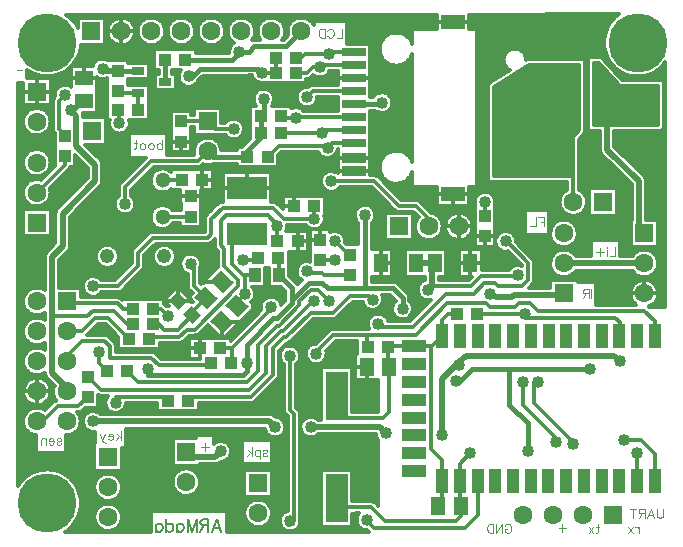
<source format=gbr>
G04 DipTrace Beta 2.9.0.1*
G04 Bottom.gbr*
%MOIN*%
G04 #@! TF.FileFunction,Copper,L2,Bot*
G04 #@! TF.Part,Single*
%AMOUTLINE0*
4,1,4,
-0.003464,0.03892,
0.039017,-0.002103,
0.003464,-0.03892,
-0.039017,0.002103,
-0.003464,0.03892,
0*%
%AMOUTLINE6*
4,1,4,
-0.029231,0.001392,
-0.001392,0.029231,
0.029231,-0.001392,
0.001392,-0.029231,
-0.029231,0.001392,
0*%
G04 #@! TA.AperFunction,CopperBalancing*
%ADD14C,0.011811*%
G04 #@! TA.AperFunction,Conductor,NotC*
%ADD15C,0.019685*%
%ADD16C,0.015748*%
G04 #@! TA.AperFunction,CopperBalancing*
%ADD18C,0.012992*%
G04 #@! TA.AperFunction,SMDPad,CuDef*
%ADD21R,0.043307X0.03937*%
%ADD22R,0.059055X0.051181*%
%ADD23R,0.051181X0.059055*%
%ADD25R,0.133858X0.074803*%
%ADD26R,0.03937X0.043307*%
%ADD29R,0.074803X0.163386*%
G04 #@! TA.AperFunction,ComponentPad*
%ADD30R,0.062992X0.062992*%
%ADD31C,0.062992*%
G04 #@! TA.AperFunction,SMDPad,CuDef*
%ADD35R,0.047244X0.062992*%
%ADD36R,0.03937X0.047244*%
%ADD38R,0.041339X0.025591*%
%ADD45R,0.07874X0.027559*%
%ADD46R,0.07874X0.047244*%
%ADD47R,0.07874X0.033465*%
%ADD48R,0.03937X0.07874*%
%ADD49R,0.07874X0.03937*%
G04 #@! TA.AperFunction,ComponentPad*
%ADD52C,0.048*%
%ADD53C,0.051181*%
%ADD54C,0.19685*%
G04 #@! TA.AperFunction,ViaPad*
%ADD55C,0.04*%
G04 #@! TA.AperFunction,Conductor,NotC*
%ADD131C,0.004632*%
%ADD132C,0.006176*%
G04 #@! TA.AperFunction,SMDPad,CuDef*
%ADD133OUTLINE0*%
%ADD139OUTLINE6*%
%FSLAX26Y26*%
G04*
G70*
G90*
G75*
G01*
G04 Bottom*
%LPD*%
X749988Y856249D2*
D14*
Y875001D1*
X924992D1*
Y862491D1*
X2244314Y1320247D2*
D15*
X2512155D1*
X1400056Y774991D2*
X1629815D1*
X1651685Y753121D1*
Y754636D1*
X1650083Y756239D1*
X674980Y793743D2*
X1262542D1*
X1281294Y774991D1*
X587472Y893790D2*
Y906253D1*
X537466Y956260D1*
Y1143678D1*
Y1342025D1*
X572957Y1377516D1*
Y1485862D1*
X681231Y1594136D1*
Y1650083D1*
X618724Y1712589D1*
Y1812600D1*
X599972Y1831352D1*
D14*
X612248D1*
X643727Y1862831D1*
X806244Y1118777D2*
X787492D1*
X743738Y1162531D1*
X674980D1*
X656127Y1143678D1*
X537466D1*
X1895937Y981782D2*
D15*
Y992176D1*
X1916438Y1012677D1*
X2412680D1*
X2431429Y993928D1*
X1837675Y750178D2*
Y936512D1*
X1882945Y981782D1*
X1895937D1*
X874992Y1168790D2*
D14*
X899996D1*
X925007Y1143780D1*
X2546869Y595706D2*
Y684539D1*
X2500172Y731236D1*
X2443916D1*
X1187542Y1418820D2*
X1156293D1*
X1137529Y1400056D1*
Y1318798D1*
X1175033Y1281294D1*
X1181283D1*
X1215055D1*
X1181283Y1218787D2*
Y1281294D1*
X1154864Y1178994D2*
Y1192368D1*
X1181283Y1218787D1*
X1791740Y1232343D2*
D15*
X1795710D1*
X1804992Y1241625D1*
Y1312646D1*
X1814234Y1321887D1*
X1791740Y1232343D2*
D14*
Y1233570D1*
X1802394Y1244223D1*
X1934913D1*
X1968693Y1278003D1*
X2088220D1*
X2090819Y1280601D1*
X1751606Y1322176D2*
D15*
X1813945D1*
X1814234Y1321887D1*
X1100025Y693732D2*
X1081273Y674980D1*
X1001793D1*
X985406Y691367D1*
X793743Y1068772D2*
D14*
X724986Y1137529D1*
X681231D1*
X637492Y1093790D1*
X587472D1*
X487472Y793790D2*
X506260D1*
X556218Y843748D1*
X624975D1*
X656228Y875001D1*
X1418808Y1003672D2*
Y1018766D1*
X1590976Y1040444D2*
X1587680D1*
Y1081428D1*
X1750248D1*
X1855878Y1187058D1*
X1984283D1*
X1996308Y1175033D1*
X2081378D1*
X2093879Y1187534D1*
X2132705D1*
X2157560Y1162678D1*
X2512678D1*
X2546869Y1128488D1*
Y1077701D1*
X1418808Y1018766D2*
Y1025205D1*
X1475031Y1081428D1*
X1587680D1*
X1331299Y461940D2*
X1325049D1*
Y449957D1*
X1343801Y468709D1*
Y818745D1*
X1331299Y831247D1*
Y1012516D1*
X1543811Y1765286D2*
X1446503D1*
X1437560Y1756344D1*
X1300031Y1756349D2*
X1437560D1*
Y1756344D1*
X1543811Y1895207D2*
X1407656D1*
X1387555Y1875106D1*
X1543811Y1808593D2*
X1352295D1*
X1350051Y1806349D1*
X1300031D1*
Y1812609D1*
X1543811Y1981822D2*
X1438014D1*
X1431310Y1975117D1*
X1350064Y1956349D2*
X1387539D1*
X1406307Y1975117D1*
X1431310D1*
X1543811Y2025129D2*
X1462563D1*
Y2018871D1*
X1350064Y2006388D2*
X1368822D1*
X1381304Y2018871D1*
X1462563D1*
X1543811Y1721979D2*
X1471953D1*
X1456312Y1706339D1*
X1256291Y1675089D2*
X1293791Y1712589D1*
X1456312D1*
Y1706339D1*
X1289373Y1393806D2*
Y1441983D1*
X1287545Y1443811D1*
Y1450062D1*
X1256291Y1481315D1*
X1118777D1*
X1100025Y1462563D1*
Y1381304D1*
X1112526Y1368803D1*
Y1310469D1*
X1157984Y1265010D1*
Y1244223D1*
X1013786Y1100025D1*
X987513D1*
X962510Y1075022D1*
X875001D1*
X868751Y1068772D1*
X860672D1*
X1412558Y1468814D2*
X1410749Y1470622D1*
Y1512560D1*
X674980Y1243790D2*
X756239D1*
X824996Y1312547D1*
Y1356302D1*
X875001Y1406307D1*
X1056270D1*
X1068772Y1418808D1*
Y1468814D1*
X1106276Y1506318D1*
X1275043D1*
X1312547Y1468814D1*
X1412558D1*
X1135703Y987530D2*
Y991938D1*
X1137529Y993764D1*
Y1037518D1*
X1268793Y1168782D1*
Y1175033D1*
X1098211Y1037500D2*
X1137529Y1037518D1*
X758063Y1831349D2*
X762490D1*
Y1787597D1*
X1068774Y987530D2*
Y981262D1*
X893753D1*
X868751Y1006265D1*
X731236D1*
Y1043769D1*
X712484Y1062521D1*
X637476D1*
X587472Y1012517D1*
Y993790D1*
X824992Y1962412D2*
D16*
X756239D1*
Y1962615D1*
X706234Y1968866D2*
D15*
X718735D1*
X724986Y1962615D1*
X756239D1*
X1189362Y1675089D2*
D16*
Y1695665D1*
X1237539Y1743843D1*
Y1756349D1*
X1233102D1*
Y1812609D1*
X1283135Y1956349D2*
D14*
X1237555D1*
X1237539Y1956365D1*
X1233102Y1812609D2*
D16*
Y1814432D1*
X1243790Y1825119D1*
Y1868856D1*
X1056252Y1693829D2*
D15*
Y1675085D1*
X1189362Y1675089D2*
D16*
X1074992D1*
X1056252Y1693829D1*
X2125180Y693930D2*
Y787445D1*
X2062626Y849999D1*
Y968761D1*
X2331404D1*
X1293795Y1281294D2*
D14*
Y1335722D1*
X1291967Y1337550D1*
X993764Y1943864D2*
D16*
X1006265D1*
X1031268Y1968866D1*
X1225038D1*
X1237539Y1956365D1*
X581220Y1743843D2*
D14*
Y1750093D1*
X562469Y1768845D1*
Y1862605D1*
X581220Y1881357D1*
X781241Y1518819D2*
Y1575075D1*
X868751Y1662584D1*
X1025007D1*
X1056252Y1693829D1*
X856249Y968761D2*
D16*
Y950009D1*
X1175033D1*
X1187534Y962510D1*
Y987513D1*
X1581325Y1481315D2*
Y1237539D1*
X1456312D1*
X1437560Y1256291D1*
X1393806D1*
X1337550Y1200035D1*
Y1237539D1*
Y1187534D1*
X1287545Y1137529D1*
X1275043D1*
X1187534Y1050020D1*
Y987513D1*
X1283135Y1956349D2*
D14*
Y2006388D1*
X1337550Y1237539D2*
D16*
X1293795Y1281294D1*
X1581325Y1237539D2*
X1675085D1*
X1706339Y1206286D1*
Y1168782D1*
X2062626Y968761D2*
X1937483D1*
X1898535Y929814D1*
X1885543D1*
X1543811Y1851900D2*
X1633127D1*
X1637581Y1856354D1*
X1468814Y1593827D2*
D14*
X1612579D1*
X1693837Y1512568D1*
X1750093D1*
X1793850Y1468811D1*
Y1443829D1*
X1481315Y1331299D2*
X1431310D1*
X2114205Y1150680D2*
Y1139105D1*
X2415780D1*
X2429559Y1125325D1*
Y1078396D1*
X2428864Y1077701D1*
X1954697Y1152491D2*
X2112394D1*
X2114205Y1150680D1*
X2044983Y1398948D2*
X2050125Y1393806D1*
X1625080Y1118777D2*
Y1109577D1*
X1740894D1*
X1850104Y1218787D1*
X1943257D1*
X1979087Y1254617D1*
X2015465D1*
X2025858Y1244223D1*
X2103811D1*
X2124598Y1265010D1*
Y1322176D1*
X2052969Y1393806D1*
X2050125D1*
X1143780Y1768845D2*
X1081236D1*
X1056252Y1793829D1*
X968772D1*
X1175033Y1331299D2*
X1225038D1*
Y1337550D1*
X1837866Y1077701D2*
Y1131542D1*
X1857240Y1150916D1*
X1886193D1*
X1887768Y1152491D1*
X1744861Y1043698D2*
X1661160D1*
X1657906Y1040444D1*
X1838325Y595955D2*
Y526150D1*
X1825296Y513121D1*
X1657906Y1040444D2*
Y979105D1*
X1661843Y975168D1*
Y825640D1*
X1641291Y805089D1*
X1490583D1*
Y876743D1*
X1487551Y879774D1*
X1744861Y1043698D2*
X1803864D1*
X1837866Y1077701D1*
X1838325Y595955D2*
Y665220D1*
X1802394Y701152D1*
Y1042228D1*
X1837866Y1077701D1*
X1999066Y1219841D2*
D15*
X2006067D1*
X2018063Y1207845D1*
X2070031D1*
X2077827Y1215640D1*
X2244314D1*
Y1220247D1*
X2487671Y687482D2*
D14*
Y595902D1*
X2487866Y595706D1*
X970600Y1600089D2*
X909244D1*
X906252Y1597097D1*
X1000031Y1476878D2*
X908080D1*
X906252Y1475050D1*
X1956436Y595955D2*
Y481281D1*
X1913472Y438318D1*
X1609575D1*
X1587576Y460316D1*
Y465877D1*
X2275148Y1525070D2*
Y1831352D1*
X2512155Y1420247D2*
D15*
X2493921D1*
Y1593827D1*
X2387660Y1700088D1*
Y1893858D1*
X2362657Y1918861D1*
X915543Y1925010D2*
D16*
Y1998909D1*
X914333Y2000119D1*
X824992Y1887609D2*
D14*
X764316D1*
X756239Y1895686D1*
X824992Y1887609D2*
Y1831349D1*
X873173Y1118777D2*
Y1131278D1*
X881252D1*
X912505Y1100025D1*
X957608D1*
X1004915Y1147332D1*
Y1157790D1*
X1051924Y1204799D1*
X1000014Y1318798D2*
X1009874D1*
Y1246849D1*
X1051924Y1204799D1*
X1897381Y595955D2*
Y653500D1*
X1931362Y687482D1*
X1897381Y595955D2*
Y515839D1*
X1900099Y513121D1*
Y477678D1*
X1884361Y461940D1*
X1647769D1*
X1602622Y507087D1*
X1517719D1*
X1487551Y537255D1*
X487472Y1556297D2*
X581220Y1650045D1*
Y1676913D1*
X693732Y1025017D2*
Y989341D1*
X720563Y962510D1*
X587472Y1193790D2*
Y1187534D1*
X756239D1*
X774983Y1168790D1*
X808063D1*
X1462563Y1193785D2*
X1425059Y1231289D1*
X1400056D1*
X1362552Y1193785D1*
Y1181283D1*
X1293795Y1112526D1*
X1287545D1*
X1225038Y1050020D1*
Y962510D1*
X1187534Y925007D1*
X824996D1*
X787492Y962510D1*
X656228Y941930D2*
X658056D1*
X699983Y900004D1*
X1193785D1*
X1250041Y956260D1*
Y1043769D1*
X1300046Y1093774D1*
X1306297D1*
X1406307Y1193785D1*
X1412558D1*
X991921Y862491D2*
X1004432Y875001D1*
X1200035D1*
X1275043Y950009D1*
Y1037518D1*
X1312547Y1075022D1*
X1318798D1*
X1400056Y1156281D1*
X1475064D1*
X1531320Y1212537D1*
X1593827D1*
X1606328Y1200035D1*
X981262Y2000119D2*
D16*
Y2006370D1*
Y2000119D2*
X1137529D1*
X1162531Y2025122D1*
X1368929Y2093869D2*
X1318934Y2043874D1*
X1212537D1*
X1193785Y2025122D1*
X1162531D1*
X2156386Y925007D2*
D14*
X2143885D1*
Y856249D1*
X2275148Y724986D1*
Y718735D1*
X2218892Y724986D2*
Y737487D1*
X2106381Y849999D1*
Y925007D1*
X1531331Y1281310D2*
X1443795D1*
X1437560Y1287545D1*
X1393806D1*
X1387555Y1293795D1*
X1981367Y1525070D2*
Y1479487D1*
X1531331Y1348239D2*
X1526882D1*
X1481315Y1393806D1*
D55*
X1175033Y1331299D3*
X1287545Y1443811D3*
X1412558Y1468814D3*
X1268793Y1175033D3*
X1431310Y1975117D3*
X1350051Y1806349D3*
X1437560Y1756344D3*
X1462563Y2018871D3*
X1387555Y1875106D3*
X1456312Y1706339D3*
X1187534Y987513D3*
X1181283Y1218787D3*
X906255Y1018766D3*
X1237539Y1956365D3*
X1468814Y1593827D3*
X1581325Y1481315D3*
X2431415Y1743843D3*
X674980Y793743D3*
X1606328Y1200035D3*
X1371685Y981673D3*
X1756344Y1181283D3*
X2443916Y731236D3*
X2487671Y687482D3*
X2186961Y1345562D3*
X1706339Y1168782D3*
X1931362Y687482D3*
X1606328Y840096D3*
X2114205Y1150680D3*
X1895937Y981782D3*
X1625080Y1118777D3*
X674980Y1243790D3*
X1412558Y1193785D3*
X1162531Y2025122D3*
X1262542Y1231289D3*
X1587576Y465877D3*
X1331299Y1012516D3*
Y461940D3*
X1637581Y1856354D3*
X1999066Y1219841D3*
X1100025Y693732D3*
X749988Y856249D3*
X2475163Y1743843D3*
X1504004Y1043769D3*
X1659480Y1198160D3*
X662479Y518714D3*
X1400056Y774991D3*
X1081273Y1531320D3*
X1631331Y1987618D3*
X2350156Y2037623D3*
X2050125Y1393806D3*
X1143780Y1768845D3*
X1481315Y1331299D3*
X2331404Y968761D3*
X1418808Y1018766D3*
X781241Y1518819D3*
X2431429Y993928D3*
X2125180Y693930D3*
X1837675Y750178D3*
X1600077Y1556323D3*
X1350051Y1331299D3*
X762490Y1787597D3*
X743738Y1731341D3*
X2275148Y1893858D3*
Y1831352D3*
X2362657Y1962615D3*
Y1918861D3*
X2537669Y1514640D3*
X2450167Y1893858D3*
X2493921D3*
X2537676D3*
X2325154Y1637581D3*
X2206391Y1575075D3*
X712484Y1543822D3*
X443706Y1312547D3*
X1650083Y756239D3*
X1281294Y1906360D3*
X631226Y1631331D3*
X1787597Y1543822D3*
X2362657Y1831352D3*
X2275148Y1956365D3*
X2050125Y1525070D3*
X1243790Y1868856D3*
X1281294Y774991D3*
X737487Y1287545D3*
X1625080Y1456312D3*
X2206391Y1725091D3*
X2162636D3*
X2275148Y1768845D3*
X1993869Y2037623D3*
X993764Y1943864D3*
X581220Y1881357D3*
X706234Y1968866D3*
X856249Y968761D3*
X1000014Y1318798D3*
X699983Y1100025D3*
X2275148Y718735D3*
X2218892Y724986D3*
X2156386Y925007D3*
X2106381D3*
X693732Y1025017D3*
X1462563Y1193785D3*
X599972Y1831352D3*
X1387555Y1293795D3*
X1481315Y1393806D3*
X1981367Y1525070D3*
X2118882Y1725091D3*
X2062626Y1631331D3*
X2075127Y1825101D3*
Y1725091D3*
Y1775096D3*
X2406412Y1893858D3*
X2250146Y1925112D3*
Y1862605D3*
X2362657Y1875106D3*
X2062626Y1675085D3*
X1885543Y929814D3*
X856249Y1218787D3*
X925007Y1143780D3*
X2325154Y1725091D3*
Y1681336D3*
X2518924Y1743843D3*
X2562678D3*
X2325154Y1593827D3*
X1791740Y1232343D3*
X2090819Y1280601D3*
X1607512Y916822D3*
X963102Y1860050D3*
X599726Y2138801D2*
D14*
X621908D1*
X715806D2*
X759212D1*
X778737D2*
X859236D1*
X878761D2*
X959076D1*
X978786D2*
X1059101D1*
X1078626D2*
X1159125D1*
X1178651D2*
X1259150D1*
X1278675D2*
X1359175D1*
X1378700D2*
X1819805D1*
X1929389D2*
X2412201D1*
X610614Y2127121D2*
X621908D1*
X715806D2*
X736328D1*
X801620D2*
X836352D1*
X901461D2*
X936377D1*
X1001485D2*
X1036401D1*
X1101510D2*
X1136242D1*
X1201534D2*
X1236266D1*
X1301559D2*
X1336291D1*
X1401584D2*
X1408508D1*
X1521355D2*
X1819805D1*
X1929389D2*
X2401313D1*
X715806Y2115441D2*
X727469D1*
X810479D2*
X827494D1*
X910503D2*
X927334D1*
X1010528D2*
X1027359D1*
X1110368D2*
X1127383D1*
X1210393D2*
X1227408D1*
X1310417D2*
X1327432D1*
X1521355D2*
X1819805D1*
X1929389D2*
X2393008D1*
X715806Y2103761D2*
X723039D1*
X814723D2*
X823065D1*
X914748D2*
X923089D1*
X1014773D2*
X1023114D1*
X1114797D2*
X1123139D1*
X1214822D2*
X1223163D1*
X1314846D2*
X1323003D1*
X1521355D2*
X1819805D1*
X1929389D2*
X2386734D1*
X715806Y2092081D2*
X721992D1*
X815831D2*
X821939D1*
X915855D2*
X921982D1*
X1015880D2*
X1022007D1*
X1115904D2*
X1122031D1*
X1215745D2*
X1222056D1*
X1315769D2*
X1322081D1*
X1521355D2*
X1736943D1*
X1954487D2*
X2382120D1*
X715806Y2080402D2*
X724086D1*
X813801D2*
X823988D1*
X913825D2*
X924012D1*
X1013850D2*
X1024037D1*
X1113874D2*
X1124061D1*
X1213899D2*
X1224086D1*
X1313739D2*
X1323003D1*
X1521355D2*
X1652974D1*
X1718082D2*
X1736943D1*
X1954487D2*
X2378983D1*
X715806Y2068722D2*
X729499D1*
X808264D2*
X829524D1*
X908289D2*
X929549D1*
X1008313D2*
X1029573D1*
X1108338D2*
X1129598D1*
X1208363D2*
X1229622D1*
X1521355D2*
X1640609D1*
X1730447D2*
X1736943D1*
X1954487D2*
X2376953D1*
X715806Y2057042D2*
X740572D1*
X797191D2*
X840597D1*
X897216D2*
X940621D1*
X997241D2*
X1040646D1*
X1097265D2*
X1140671D1*
X1521355D2*
X1633781D1*
X1954487D2*
X2376399D1*
X634974Y2045362D2*
X1133658D1*
X1598680D2*
X1630090D1*
X1954487D2*
X2376953D1*
X633313Y2033682D2*
X877322D1*
X1018279D2*
X1128121D1*
X1598680D2*
X1629167D1*
X1954487D2*
X2063776D1*
X2096219D2*
X2378614D1*
X630176Y2022003D2*
X877322D1*
X1598680D2*
X1630644D1*
X1954487D2*
X2049012D1*
X2110983D2*
X2381751D1*
X625747Y2010323D2*
X877322D1*
X1598680D2*
X1634888D1*
X1954487D2*
X2042922D1*
X2117073D2*
X2386180D1*
X619657Y1998643D2*
X688161D1*
X724295D2*
X877322D1*
X1598680D2*
X1642824D1*
X1728417D2*
X1736943D1*
X1954487D2*
X2041261D1*
X2310294D2*
X2323065D1*
X2378761D2*
X2392270D1*
X611537Y1986963D2*
X675981D1*
X861045D2*
X877322D1*
X1598680D2*
X1657034D1*
X1714022D2*
X1736943D1*
X1954487D2*
X2043291D1*
X2315646D2*
X2322256D1*
X2389465D2*
X2400206D1*
X861045Y1975283D2*
X877322D1*
X1598680D2*
X1736943D1*
X1954487D2*
X2049935D1*
X2315646D2*
X2322256D1*
X2400169D2*
X2410725D1*
X2569583D2*
X2581616D1*
X586807Y1963604D2*
X598840D1*
X861045D2*
X892270D1*
X938924D2*
X964613D1*
X1598680D2*
X1736943D1*
X1954487D2*
X2059162D1*
X2315646D2*
X2322256D1*
X2410872D2*
X2425120D1*
X2555373D2*
X2581616D1*
X456886Y1951924D2*
X478331D1*
X565215D2*
X598840D1*
X861045D2*
X879352D1*
X951657D2*
X959207D1*
X1457686D2*
X1489096D1*
X1598680D2*
X1736943D1*
X1954487D2*
X2040708D1*
X2315646D2*
X2322256D1*
X2421576D2*
X2446712D1*
X2533596D2*
X2581616D1*
X456886Y1940244D2*
X598840D1*
X861045D2*
X879352D1*
X951657D2*
X958487D1*
X1035073D2*
X1206185D1*
X1400845D2*
X1489096D1*
X1598680D2*
X1736943D1*
X1954487D2*
X2022253D1*
X2315646D2*
X2322256D1*
X2432280D2*
X2581616D1*
X534396Y1928564D2*
X598840D1*
X688678D2*
X721195D1*
X791286D2*
X879352D1*
X951657D2*
X962029D1*
X1025661D2*
X1216335D1*
X1387189D2*
X1489096D1*
X1598680D2*
X1736943D1*
X1954487D2*
X2003798D1*
X2315646D2*
X2322256D1*
X2574381D2*
X2581616D1*
X426620Y1916885D2*
X440498D1*
X534396D2*
X598840D1*
X688678D2*
X721195D1*
X791286D2*
X879352D1*
X951657D2*
X971441D1*
X1016064D2*
X1489096D1*
X1598680D2*
X1736943D1*
X1954487D2*
X1991618D1*
X2315646D2*
X2322256D1*
X426620Y1905205D2*
X440498D1*
X534396D2*
X555471D1*
X688678D2*
X721195D1*
X861045D2*
X879352D1*
X951657D2*
X1370063D1*
X1598680D2*
X1736943D1*
X1954487D2*
X1990880D1*
X2315646D2*
X2322256D1*
X426620Y1893525D2*
X440498D1*
X534396D2*
X548089D1*
X688678D2*
X721195D1*
X861045D2*
X1218919D1*
X1268710D2*
X1357514D1*
X1598680D2*
X1736943D1*
X1954487D2*
X1990880D1*
X2315646D2*
X2322256D1*
X426620Y1881845D2*
X440498D1*
X534396D2*
X545875D1*
X688678D2*
X721195D1*
X861045D2*
X1210983D1*
X1276645D2*
X1352715D1*
X1598680D2*
X1613481D1*
X1661611D2*
X1736943D1*
X1954487D2*
X1990880D1*
X2315646D2*
X2322256D1*
X426620Y1870165D2*
X440498D1*
X534396D2*
X542553D1*
X688678D2*
X721195D1*
X861045D2*
X1208400D1*
X1279229D2*
X1352531D1*
X1422622D2*
X1489096D1*
X1670100D2*
X1736943D1*
X1954487D2*
X1990880D1*
X2315646D2*
X2322256D1*
X426620Y1858486D2*
X440498D1*
X534396D2*
X541093D1*
X688678D2*
X721010D1*
X862152D2*
X1209876D1*
X1277568D2*
X1356406D1*
X1418746D2*
X1489096D1*
X1672868D2*
X1736943D1*
X1954487D2*
X1990880D1*
X2315646D2*
X2322256D1*
X426620Y1846806D2*
X541077D1*
X688678D2*
X721010D1*
X862152D2*
X1216335D1*
X1271109D2*
X1367110D1*
X1408043D2*
X1489096D1*
X1671576D2*
X1736943D1*
X1954487D2*
X1990880D1*
X2315646D2*
X2322256D1*
X426620Y1835126D2*
X468734D1*
X506160D2*
X541077D1*
X688678D2*
X721010D1*
X862152D2*
X1009273D1*
X1103171D2*
X1196035D1*
X1369841D2*
X1489096D1*
X1665671D2*
X1736943D1*
X1954487D2*
X1990880D1*
X2315646D2*
X2322256D1*
X426620Y1823446D2*
X452309D1*
X522770D2*
X541077D1*
X688678D2*
X721010D1*
X862152D2*
X933609D1*
X1003884D2*
X1009273D1*
X1103171D2*
X1196035D1*
X1598680D2*
X1626953D1*
X1648323D2*
X1736943D1*
X1954487D2*
X1990880D1*
X2315646D2*
X2322256D1*
X426620Y1811766D2*
X444558D1*
X530336D2*
X541077D1*
X644017D2*
X721010D1*
X862152D2*
X933609D1*
X1103171D2*
X1196035D1*
X1598680D2*
X1736943D1*
X1954487D2*
X1990880D1*
X2315646D2*
X2322256D1*
X426620Y1800087D2*
X441052D1*
X533842D2*
X541067D1*
X862152D2*
X933609D1*
X1103171D2*
X1128491D1*
X1159089D2*
X1196035D1*
X1598680D2*
X1736943D1*
X1954487D2*
X1990880D1*
X2315646D2*
X2322256D1*
X426620Y1788407D2*
X440683D1*
X534212D2*
X541084D1*
X719312D2*
X727100D1*
X797930D2*
X933609D1*
X1173114D2*
X1196035D1*
X1598680D2*
X1736943D1*
X1954487D2*
X1990880D1*
X2315646D2*
X2322256D1*
X426620Y1776727D2*
X443451D1*
X531443D2*
X541077D1*
X719312D2*
X728761D1*
X796084D2*
X933609D1*
X1178281D2*
X1196035D1*
X1598680D2*
X1736943D1*
X1954487D2*
X1990880D1*
X2315646D2*
X2322256D1*
X426620Y1765047D2*
X449910D1*
X524984D2*
X541446D1*
X719312D2*
X735589D1*
X789440D2*
X933609D1*
X1003884D2*
X1009273D1*
X1179020D2*
X1196035D1*
X1598680D2*
X1736943D1*
X1954487D2*
X1990880D1*
X2315646D2*
X2326387D1*
X2574012D2*
X2581616D1*
X426620Y1753367D2*
X463198D1*
X511697D2*
X546059D1*
X719312D2*
X792245D1*
X921576D2*
X933609D1*
X1003884D2*
X1009273D1*
X1175513D2*
X1196035D1*
X1598680D2*
X1736943D1*
X1954487D2*
X1990880D1*
X2312140D2*
X2362373D1*
X2412902D2*
X2581616D1*
X426620Y1741688D2*
X546059D1*
X719312D2*
X792245D1*
X921576D2*
X933609D1*
X1003884D2*
X1121662D1*
X1165917D2*
X1196035D1*
X1598680D2*
X1736943D1*
X1954487D2*
X1990880D1*
X2303466D2*
X2362373D1*
X2412902D2*
X2581616D1*
X426620Y1730008D2*
X546059D1*
X719312D2*
X792245D1*
X921576D2*
X933609D1*
X1003884D2*
X1026990D1*
X1085454D2*
X1191237D1*
X1598680D2*
X1736943D1*
X1954487D2*
X1990880D1*
X2296822D2*
X2362373D1*
X2412902D2*
X2581616D1*
X426436Y1718328D2*
X546059D1*
X719312D2*
X792245D1*
X921576D2*
X933609D1*
X1003884D2*
X1016470D1*
X1096158D2*
X1179610D1*
X1598680D2*
X1736943D1*
X1954487D2*
X1990880D1*
X2296822D2*
X2362373D1*
X2412902D2*
X2581616D1*
X426436Y1706648D2*
X546059D1*
X659888D2*
X792245D1*
X921576D2*
X933609D1*
X1003884D2*
X1011119D1*
X1101325D2*
X1152297D1*
X1598680D2*
X1736943D1*
X1954487D2*
X1990880D1*
X2296822D2*
X2362373D1*
X2416409D2*
X2581616D1*
X426436Y1694969D2*
X461906D1*
X513173D2*
X546059D1*
X671515D2*
X792245D1*
X921576D2*
X933609D1*
X1003884D2*
X1009273D1*
X1598680D2*
X1671429D1*
X1699812D2*
X1736943D1*
X1954487D2*
X1990880D1*
X2296822D2*
X2362927D1*
X2428035D2*
X2581616D1*
X426436Y1683289D2*
X449357D1*
X525538D2*
X546059D1*
X683326D2*
X792245D1*
X921576D2*
X1010565D1*
X1294177D2*
X1429856D1*
X1482784D2*
X1489096D1*
X1598680D2*
X1648545D1*
X1722511D2*
X1736943D1*
X1954487D2*
X1990880D1*
X2296822D2*
X2369202D1*
X2439662D2*
X2581616D1*
X426436Y1671609D2*
X443267D1*
X531812D2*
X546059D1*
X616335D2*
X624492D1*
X694952D2*
X848163D1*
X1293439D2*
X1489096D1*
X1598680D2*
X1638210D1*
X1732846D2*
X1736809D1*
X1954487D2*
X1990880D1*
X2296822D2*
X2380828D1*
X2451473D2*
X2581616D1*
X426436Y1659929D2*
X440683D1*
X534212D2*
X546059D1*
X616335D2*
X636119D1*
X704364D2*
X836352D1*
X1293439D2*
X1489096D1*
X1598680D2*
X1632305D1*
X1954487D2*
X1990880D1*
X2296822D2*
X2392639D1*
X2463099D2*
X2581616D1*
X426436Y1648249D2*
X441237D1*
X533658D2*
X546059D1*
X616335D2*
X647745D1*
X706579D2*
X824726D1*
X1040425D2*
X1051165D1*
X1061228D2*
X1152297D1*
X1293439D2*
X1489096D1*
X1598680D2*
X1629536D1*
X1954487D2*
X1990880D1*
X2296822D2*
X2404266D1*
X2474726D2*
X2581616D1*
X426436Y1636570D2*
X444928D1*
X529967D2*
X538124D1*
X597327D2*
X655865D1*
X706579D2*
X813099D1*
X872487D2*
X899652D1*
X912902D2*
X1489096D1*
X1598680D2*
X1629352D1*
X1954487D2*
X1990880D1*
X2296822D2*
X2415892D1*
X2486352D2*
X2581616D1*
X426436Y1624890D2*
X453048D1*
X521847D2*
X526366D1*
X585700D2*
X655865D1*
X706579D2*
X801288D1*
X860676D2*
X876584D1*
X1074566D2*
X1453109D1*
X1484445D2*
X1488965D1*
X1598680D2*
X1631566D1*
X1954487D2*
X1990880D1*
X2296822D2*
X2427519D1*
X2498163D2*
X2581616D1*
X426436Y1613210D2*
X470949D1*
X503946D2*
X514686D1*
X574074D2*
X655865D1*
X706579D2*
X789662D1*
X849049D2*
X868648D1*
X1074566D2*
X1105238D1*
X1269817D2*
X1439453D1*
X1619349D2*
X1636734D1*
X1954487D2*
X1990880D1*
X2296822D2*
X2439330D1*
X2509790D2*
X2581616D1*
X426436Y1601530D2*
X479438D1*
X495457D2*
X503060D1*
X562447D2*
X653281D1*
X706579D2*
X778035D1*
X837423D2*
X865511D1*
X1074566D2*
X1105238D1*
X1269817D2*
X1434285D1*
X1634482D2*
X1645961D1*
X1725095D2*
X1736943D1*
X1954487D2*
X1991803D1*
X2296453D2*
X2450956D1*
X2517910D2*
X2581616D1*
X426436Y1589850D2*
X455262D1*
X550636D2*
X641655D1*
X706210D2*
X766409D1*
X825796D2*
X865880D1*
X1074566D2*
X1105238D1*
X1269817D2*
X1433547D1*
X1646293D2*
X1664231D1*
X1707009D2*
X1736943D1*
X1954487D2*
X2253860D1*
X2296453D2*
X2462583D1*
X2519202D2*
X2581616D1*
X426436Y1578171D2*
X446035D1*
X539010D2*
X630028D1*
X700489D2*
X760134D1*
X813985D2*
X869940D1*
X1074566D2*
X1105238D1*
X1269817D2*
X1437238D1*
X1657920D2*
X1736943D1*
X1954487D2*
X2253860D1*
X2296453D2*
X2468673D1*
X2519202D2*
X2581616D1*
X426436Y1566491D2*
X441606D1*
X533289D2*
X618402D1*
X688862D2*
X759950D1*
X802543D2*
X879536D1*
X1074566D2*
X1105238D1*
X1269817D2*
X1447019D1*
X1490720D2*
X1610159D1*
X1669546D2*
X1819805D1*
X1929389D2*
X2253860D1*
X2296453D2*
X2328232D1*
X2422130D2*
X2468673D1*
X2519202D2*
X2581616D1*
X426436Y1554811D2*
X440498D1*
X534396D2*
X606591D1*
X677236D2*
X759950D1*
X802543D2*
X964982D1*
X1035073D2*
X1105238D1*
X1269817D2*
X1621970D1*
X1681357D2*
X1819805D1*
X1929389D2*
X1963198D1*
X1999517D2*
X2239280D1*
X2311032D2*
X2328232D1*
X2422130D2*
X2468673D1*
X2519202D2*
X2581616D1*
X426436Y1543131D2*
X442528D1*
X532551D2*
X594964D1*
X665425D2*
X755890D1*
X806603D2*
X964982D1*
X1035073D2*
X1105238D1*
X1269817D2*
X1306763D1*
X1447905D2*
X1633596D1*
X1692984D2*
X1819805D1*
X1929389D2*
X1951018D1*
X2011697D2*
X2231899D1*
X2318414D2*
X2328232D1*
X2422130D2*
X2468673D1*
X2519202D2*
X2581616D1*
X426436Y1531451D2*
X447880D1*
X527014D2*
X583338D1*
X653798D2*
X748139D1*
X814170D2*
X964982D1*
X1035073D2*
X1105238D1*
X1269817D2*
X1306763D1*
X1447905D2*
X1645223D1*
X1758313D2*
X1819805D1*
X1929389D2*
X1946589D1*
X2016126D2*
X2228577D1*
X2321552D2*
X2328162D1*
X2422130D2*
X2468673D1*
X2519202D2*
X2581616D1*
X426436Y1519772D2*
X458769D1*
X516126D2*
X571527D1*
X642172D2*
X745740D1*
X816753D2*
X964982D1*
X1035073D2*
X1090105D1*
X1291224D2*
X1306763D1*
X1447905D2*
X1657034D1*
X1772524D2*
X1819805D1*
X1929389D2*
X1946404D1*
X2016310D2*
X2228577D1*
X2321736D2*
X2328205D1*
X2422130D2*
X2468673D1*
X2519202D2*
X2581616D1*
X426436Y1508092D2*
X559901D1*
X630361D2*
X747585D1*
X814908D2*
X882858D1*
X929696D2*
X964982D1*
X1035073D2*
X1078294D1*
X1303035D2*
X1306707D1*
X1447905D2*
X1558855D1*
X1603847D2*
X1668660D1*
X1784335D2*
X1946219D1*
X2016495D2*
X2231529D1*
X2318783D2*
X2328232D1*
X2422130D2*
X2468673D1*
X2519202D2*
X2581616D1*
X426436Y1496412D2*
X440498D1*
X534396D2*
X550120D1*
X618734D2*
X754229D1*
X808264D2*
X871416D1*
X1035073D2*
X1066667D1*
X1447905D2*
X1549443D1*
X1613259D2*
X1680656D1*
X1795961D2*
X1946219D1*
X2016495D2*
X2114896D1*
X2195506D2*
X2238358D1*
X2311955D2*
X2328232D1*
X2422130D2*
X2468673D1*
X2519202D2*
X2581616D1*
X426436Y1484732D2*
X440498D1*
X534396D2*
X547720D1*
X607108D2*
X776744D1*
X785702D2*
X866433D1*
X1035073D2*
X1055041D1*
X1447905D2*
X1546121D1*
X1616581D2*
X1646884D1*
X1740781D2*
X1748200D1*
X1815523D2*
X1872216D1*
X1915548D2*
X1946219D1*
X2016495D2*
X2114896D1*
X2195506D2*
X2252383D1*
X2297930D2*
X2328232D1*
X2422130D2*
X2468673D1*
X2519202D2*
X2581616D1*
X426436Y1473052D2*
X440498D1*
X534396D2*
X547720D1*
X598249D2*
X865326D1*
X1035073D2*
X1047843D1*
X1447720D2*
X1546859D1*
X1615658D2*
X1646884D1*
X1740781D2*
X1757428D1*
X1830287D2*
X1857452D1*
X1930311D2*
X1946219D1*
X2016495D2*
X2114896D1*
X2195506D2*
X2468673D1*
X2519202D2*
X2581616D1*
X426436Y1461373D2*
X440498D1*
X534396D2*
X547720D1*
X598249D2*
X867725D1*
X1035073D2*
X1047474D1*
X1447167D2*
X1552211D1*
X1610307D2*
X1646884D1*
X1740781D2*
X1750415D1*
X1837300D2*
X1850439D1*
X1937324D2*
X1946219D1*
X2016495D2*
X2114896D1*
X2195506D2*
X2223040D1*
X2265449D2*
X2465166D1*
X2559064D2*
X2581616D1*
X426436Y1449693D2*
X440498D1*
X534396D2*
X547720D1*
X598249D2*
X874369D1*
X938185D2*
X964982D1*
X1035073D2*
X1047474D1*
X1442184D2*
X1557932D1*
X1604586D2*
X1646884D1*
X1740781D2*
X1747277D1*
X1840437D2*
X1847302D1*
X1940462D2*
X1946351D1*
X2016495D2*
X2114896D1*
X2195506D2*
X2208092D1*
X2280582D2*
X2465166D1*
X2559064D2*
X2581616D1*
X426436Y1438013D2*
X440498D1*
X534396D2*
X547720D1*
X598249D2*
X890425D1*
X922130D2*
X1047474D1*
X1322413D2*
X1396453D1*
X1428712D2*
X1557932D1*
X1604586D2*
X1646884D1*
X1740781D2*
X1747277D1*
X1840437D2*
X1847302D1*
X1940462D2*
X1946351D1*
X2016495D2*
X2114896D1*
X2195506D2*
X2200864D1*
X2287595D2*
X2465166D1*
X2559064D2*
X2581616D1*
X426436Y1426333D2*
X440498D1*
X534396D2*
X547720D1*
X598249D2*
X871601D1*
X1493304D2*
X1557932D1*
X1604586D2*
X1646884D1*
X1740781D2*
X1750415D1*
X1837300D2*
X1850439D1*
X1937324D2*
X1946219D1*
X2016495D2*
X2038124D1*
X2062078D2*
X2114896D1*
X2290917D2*
X2465166D1*
X2559064D2*
X2581616D1*
X426436Y1414654D2*
X440498D1*
X534396D2*
X547720D1*
X598249D2*
X853700D1*
X1509728D2*
X1557932D1*
X1604586D2*
X1646884D1*
X1740781D2*
X1757428D1*
X1830287D2*
X1857452D1*
X1930311D2*
X1946219D1*
X2016495D2*
X2021853D1*
X2078503D2*
X2197757D1*
X2290917D2*
X2465166D1*
X2559064D2*
X2581616D1*
X426436Y1402974D2*
X547720D1*
X598249D2*
X841889D1*
X1515449D2*
X1557932D1*
X1604586D2*
X1646884D1*
X1740781D2*
X1772007D1*
X1815708D2*
X1872031D1*
X1915548D2*
X1946219D1*
X2084224D2*
X2200710D1*
X2287779D2*
X2465166D1*
X2559064D2*
X2581616D1*
X426251Y1391294D2*
X547720D1*
X598249D2*
X830262D1*
X1070875D2*
X1078777D1*
X1516741D2*
X1557932D1*
X1604586D2*
X1946219D1*
X2085516D2*
X2207723D1*
X2280951D2*
X2333769D1*
X2433572D2*
X2465166D1*
X2559064D2*
X2581616D1*
X426251Y1379614D2*
X539785D1*
X598249D2*
X707907D1*
X737029D2*
X818636D1*
X878023D2*
X897991D1*
X927113D2*
X1078847D1*
X1604586D2*
X1946219D1*
X2096773D2*
X2222118D1*
X2266557D2*
X2333769D1*
X2433572D2*
X2465166D1*
X2559064D2*
X2581616D1*
X426251Y1367934D2*
X528158D1*
X596219D2*
X691667D1*
X753454D2*
X807378D1*
X866397D2*
X881751D1*
X943353D2*
X1083830D1*
X1604586D2*
X2026497D1*
X2108584D2*
X2333769D1*
X2433572D2*
X2581616D1*
X426251Y1356255D2*
X516901D1*
X586992D2*
X685208D1*
X759913D2*
X803687D1*
X854586D2*
X875107D1*
X949812D2*
X1091212D1*
X1329057D2*
X1396269D1*
X1672499D2*
X1712583D1*
X1853355D2*
X1893254D1*
X1971465D2*
X2060823D1*
X2120211D2*
X2214920D1*
X2273754D2*
X2333769D1*
X2433572D2*
X2482698D1*
X2541532D2*
X2581616D1*
X426251Y1344575D2*
X512287D1*
X575181D2*
X683178D1*
X761943D2*
X803687D1*
X846281D2*
X873077D1*
X952026D2*
X976239D1*
X1023815D2*
X1091212D1*
X1329057D2*
X1396269D1*
X1672499D2*
X1712583D1*
X1853355D2*
X1893254D1*
X1971465D2*
X2072450D1*
X2131837D2*
X2204401D1*
X2284273D2*
X2333769D1*
X2433572D2*
X2472179D1*
X2552051D2*
X2581616D1*
X426251Y1332895D2*
X512103D1*
X563555D2*
X684654D1*
X760282D2*
X803687D1*
X846281D2*
X874738D1*
X950366D2*
X967565D1*
X1032489D2*
X1091212D1*
X1329057D2*
X1396269D1*
X1672499D2*
X1712583D1*
X1853355D2*
X1893254D1*
X1971465D2*
X2084261D1*
X2142910D2*
X2199234D1*
X2557218D2*
X2581616D1*
X426251Y1321215D2*
X512103D1*
X562816D2*
X690375D1*
X754561D2*
X803687D1*
X846281D2*
X880459D1*
X944645D2*
X964613D1*
X1035442D2*
X1091212D1*
X1329057D2*
X1365818D1*
X1672499D2*
X1712583D1*
X1853355D2*
X1893254D1*
X1971465D2*
X2095887D1*
X2145863D2*
X2197388D1*
X2559064D2*
X2581616D1*
X426251Y1309535D2*
X512103D1*
X562816D2*
X704216D1*
X740720D2*
X792245D1*
X846096D2*
X894300D1*
X930804D2*
X965904D1*
X1034150D2*
X1091212D1*
X1329057D2*
X1356037D1*
X1672499D2*
X1712583D1*
X1853355D2*
X1893254D1*
X1971465D2*
X2071342D1*
X2145863D2*
X2198680D1*
X2557772D2*
X2581616D1*
X426251Y1297856D2*
X512103D1*
X562816D2*
X780619D1*
X840006D2*
X971810D1*
X1031197D2*
X1079770D1*
X1250255D2*
X1258596D1*
X1328872D2*
X1352346D1*
X1672499D2*
X1712583D1*
X1853355D2*
X1893254D1*
X2145863D2*
X2203294D1*
X2553158D2*
X2581616D1*
X426251Y1286176D2*
X512103D1*
X562816D2*
X768993D1*
X828380D2*
X988419D1*
X1031197D2*
X1068513D1*
X1250255D2*
X1258596D1*
X1328872D2*
X1352900D1*
X1672499D2*
X1712583D1*
X1853355D2*
X1893254D1*
X2145863D2*
X2212521D1*
X2275968D2*
X2480484D1*
X2543931D2*
X2581616D1*
X426251Y1274496D2*
X512103D1*
X562816D2*
X658633D1*
X691261D2*
X757182D1*
X816569D2*
X988604D1*
X1031197D2*
X1057255D1*
X1250255D2*
X1258596D1*
X1333117D2*
X1358067D1*
X1604586D2*
X1779758D1*
X1830287D2*
X1935516D1*
X2145863D2*
X2581616D1*
X426251Y1262816D2*
X512103D1*
X562816D2*
X645346D1*
X804942D2*
X988604D1*
X1031197D2*
X1049504D1*
X1250255D2*
X1258596D1*
X1344743D2*
X1367848D1*
X1604586D2*
X1774960D1*
X2145863D2*
X2197388D1*
X2291286D2*
X2494140D1*
X2530090D2*
X2581616D1*
X426251Y1251136D2*
X512103D1*
X562816D2*
X640363D1*
X793316D2*
X988604D1*
X1250255D2*
X1258596D1*
X1693906D2*
X1761857D1*
X2140326D2*
X2197388D1*
X2353294D2*
X2477162D1*
X2547068D2*
X2581616D1*
X426251Y1239457D2*
X483498D1*
X491427D2*
X512103D1*
X634421D2*
X639926D1*
X781505D2*
X989896D1*
X1209839D2*
X1303072D1*
X1705717D2*
X1757058D1*
X2353294D2*
X2469411D1*
X2554819D2*
X2581616D1*
X426251Y1227777D2*
X455631D1*
X634421D2*
X643500D1*
X769694D2*
X938776D1*
X973619D2*
X999307D1*
X1215560D2*
X1314330D1*
X1717344D2*
X1756689D1*
X2353294D2*
X2465904D1*
X2558510D2*
X2581616D1*
X426251Y1216097D2*
X446404D1*
X634421D2*
X653651D1*
X696244D2*
X927150D1*
X985245D2*
X1000784D1*
X1216667D2*
X1314330D1*
X1727309D2*
X1760380D1*
X2353294D2*
X2465351D1*
X2558879D2*
X2581616D1*
X426251Y1204417D2*
X441790D1*
X768402D2*
X915708D1*
X1213530D2*
X1249923D1*
X1287533D2*
X1314330D1*
X1641495D2*
X1675673D1*
X1729709D2*
X1770715D1*
X2353294D2*
X2468119D1*
X2556296D2*
X2581616D1*
X426251Y1192738D2*
X440498D1*
X1002223D2*
X1005892D1*
X1204672D2*
X1238296D1*
X1299344D2*
X1310270D1*
X1640941D2*
X1680656D1*
X1731923D2*
X1794337D1*
X2353294D2*
X2474394D1*
X2549837D2*
X2581616D1*
X426251Y1181058D2*
X442344D1*
X917332D2*
X921975D1*
X1208732D2*
X1233867D1*
X1529475D2*
X1576571D1*
X1635959D2*
X1673089D1*
X1739490D2*
X1782711D1*
X2536918D2*
X2581616D1*
X426251Y1169378D2*
X447511D1*
X1207255D2*
X1233867D1*
X1517848D2*
X1589859D1*
X1622856D2*
X1670875D1*
X1741704D2*
X1771084D1*
X426251Y1157698D2*
X458215D1*
X1196367D2*
X1227962D1*
X1506222D2*
X1672720D1*
X1739859D2*
X1759273D1*
X426251Y1146018D2*
X512103D1*
X1185110D2*
X1216335D1*
X1494411D2*
X1603146D1*
X1647031D2*
X1679549D1*
X1733030D2*
X1747647D1*
X426251Y1134339D2*
X465043D1*
X1173852D2*
X1204709D1*
X1407858D2*
X1593365D1*
X1656812D2*
X1736020D1*
X426251Y1122659D2*
X450833D1*
X1157428D2*
X1192898D1*
X1396047D2*
X1589859D1*
X426251Y1110979D2*
X443820D1*
X684433D2*
X721933D1*
X1054450D2*
X1059082D1*
X1151153D2*
X1181271D1*
X1384421D2*
X1590597D1*
X426251Y1099299D2*
X440868D1*
X672622D2*
X733559D1*
X1042824D2*
X1071096D1*
X1139896D2*
X1169645D1*
X1372794D2*
X1464551D1*
X426251Y1087619D2*
X441052D1*
X660995D2*
X745186D1*
X1031013D2*
X1083276D1*
X1128638D2*
X1158018D1*
X1361168D2*
X1451448D1*
X426251Y1075940D2*
X444189D1*
X728724D2*
X756628D1*
X993181D2*
X1095272D1*
X1117381D2*
X1146207D1*
X1349357D2*
X1439822D1*
X426067Y1064260D2*
X451387D1*
X740351D2*
X756628D1*
X981370D2*
X994140D1*
X1337730D2*
X1428195D1*
X426067Y1052580D2*
X466335D1*
X508559D2*
X512240D1*
X750501D2*
X756628D1*
X897770D2*
X994140D1*
X1319829D2*
X1412140D1*
X1475956D2*
X1553872D1*
X426067Y1040900D2*
X512103D1*
X752531D2*
X756802D1*
X897770D2*
X994140D1*
X1351571D2*
X1391470D1*
X1464145D2*
X1553872D1*
X426067Y1029220D2*
X457292D1*
X752531D2*
X994140D1*
X1296392D2*
X1300291D1*
X1362460D2*
X1385011D1*
X1452519D2*
X1553872D1*
X426067Y1017541D2*
X447142D1*
X887250D2*
X994140D1*
X1366335D2*
X1383350D1*
X1454180D2*
X1545936D1*
X426067Y1005861D2*
X442159D1*
X898877D2*
X994140D1*
X1366151D2*
X1385934D1*
X1451780D2*
X1545936D1*
X426067Y994181D2*
X440498D1*
X1296392D2*
X1301165D1*
X1361352D2*
X1393870D1*
X1443845D2*
X1545936D1*
X426067Y982501D2*
X441975D1*
X1296392D2*
X1309901D1*
X1352679D2*
X1545936D1*
X426067Y970822D2*
X446773D1*
X1296392D2*
X1309901D1*
X1352679D2*
X1434654D1*
X1540363D2*
X1545936D1*
X426067Y959142D2*
X456370D1*
X1296392D2*
X1309901D1*
X1352679D2*
X1434654D1*
X1540363D2*
X1545936D1*
X426067Y947462D2*
X513764D1*
X1296207D2*
X1309901D1*
X1352679D2*
X1434654D1*
X1540363D2*
X1545936D1*
X426067Y935782D2*
X468181D1*
X506899D2*
X522622D1*
X1290486D2*
X1309901D1*
X1352679D2*
X1434654D1*
X1540363D2*
X1545936D1*
X426067Y924102D2*
X451940D1*
X522954D2*
X534433D1*
X1278860D2*
X1309901D1*
X1352679D2*
X1434654D1*
X1540363D2*
X1624184D1*
X426067Y912423D2*
X444558D1*
X530521D2*
X544583D1*
X1267233D2*
X1309901D1*
X1352679D2*
X1434654D1*
X1540363D2*
X1624184D1*
X426067Y900743D2*
X441052D1*
X533842D2*
X541067D1*
X1255422D2*
X1309901D1*
X1352679D2*
X1434654D1*
X1540363D2*
X1624184D1*
X426067Y889063D2*
X440868D1*
X534212D2*
X540781D1*
X1243796D2*
X1309901D1*
X1352679D2*
X1434654D1*
X1540363D2*
X1624184D1*
X426067Y877383D2*
X443636D1*
X531443D2*
X543660D1*
X691261D2*
X721933D1*
X1232169D2*
X1309901D1*
X1352679D2*
X1434654D1*
X1540363D2*
X1624184D1*
X426067Y865703D2*
X450095D1*
X524800D2*
X550120D1*
X691261D2*
X715843D1*
X1220358D2*
X1309901D1*
X1352679D2*
X1434654D1*
X1540363D2*
X1624184D1*
X426067Y854024D2*
X463751D1*
X511328D2*
X536832D1*
X691261D2*
X714551D1*
X785380D2*
X887841D1*
X1028983D2*
X1309901D1*
X1352679D2*
X1434654D1*
X1540363D2*
X1624184D1*
X426067Y842344D2*
X525206D1*
X691261D2*
X717504D1*
X782428D2*
X887841D1*
X1028983D2*
X1309901D1*
X1352679D2*
X1434654D1*
X1540363D2*
X1624184D1*
X426067Y830664D2*
X459138D1*
X641618D2*
X725993D1*
X773938D2*
X887841D1*
X1028983D2*
X1309901D1*
X1361168D2*
X1434654D1*
X1540363D2*
X1624184D1*
X426067Y818984D2*
X448065D1*
X626854D2*
X650698D1*
X699381D2*
X1314145D1*
X1365228D2*
X1434654D1*
X426067Y807304D2*
X442528D1*
X632391D2*
X642393D1*
X1293808D2*
X1322450D1*
X1365228D2*
X1387595D1*
X1412656D2*
X1434654D1*
X426067Y795625D2*
X440498D1*
X634421D2*
X639618D1*
X1309864D2*
X1322450D1*
X1365228D2*
X1371555D1*
X426067Y783945D2*
X441606D1*
X633313D2*
X641074D1*
X1315585D2*
X1322450D1*
X426067Y772265D2*
X445850D1*
X629069D2*
X647191D1*
X1316692D2*
X1322450D1*
X426067Y760585D2*
X454893D1*
X620211D2*
X665277D1*
X785565D2*
X1249000D1*
X1313555D2*
X1322450D1*
X426067Y748906D2*
X477408D1*
X597511D2*
X679856D1*
X785565D2*
X1018316D1*
X1079549D2*
X1257858D1*
X1304696D2*
X1322450D1*
X1365228D2*
X1376707D1*
X1423360D2*
X1615511D1*
X425882Y737226D2*
X484052D1*
X586807D2*
X679856D1*
X785565D2*
X1018316D1*
X1079549D2*
X1322450D1*
X1365228D2*
X1620494D1*
X425882Y725546D2*
X484052D1*
X586807D2*
X679856D1*
X785565D2*
X938407D1*
X1079549D2*
X1086229D1*
X1113874D2*
X1170752D1*
X1273692D2*
X1322450D1*
X1365228D2*
X1624184D1*
X425882Y713866D2*
X484052D1*
X586807D2*
X678011D1*
X785565D2*
X938407D1*
X1129007D2*
X1170752D1*
X1273692D2*
X1322450D1*
X1365228D2*
X1624184D1*
X425882Y702186D2*
X484052D1*
X586807D2*
X678011D1*
X771908D2*
X938407D1*
X1134359D2*
X1170752D1*
X1273692D2*
X1322450D1*
X1365228D2*
X1624184D1*
X425882Y690507D2*
X484052D1*
X586807D2*
X678011D1*
X771908D2*
X938407D1*
X1135282D2*
X1170752D1*
X1273692D2*
X1322450D1*
X1365228D2*
X1624184D1*
X425882Y678827D2*
X678011D1*
X771908D2*
X938407D1*
X1131960D2*
X1170752D1*
X1273692D2*
X1322450D1*
X1365228D2*
X1624184D1*
X425882Y667147D2*
X678011D1*
X771908D2*
X938407D1*
X1122733D2*
X1170752D1*
X1273692D2*
X1322450D1*
X1365228D2*
X1624184D1*
X425882Y655467D2*
X678011D1*
X771908D2*
X938407D1*
X1096527D2*
X1170752D1*
X1273692D2*
X1322450D1*
X1365228D2*
X1624184D1*
X425882Y643787D2*
X678011D1*
X771908D2*
X1322450D1*
X1365228D2*
X1624184D1*
X425882Y632108D2*
X501953D1*
X541409D2*
X678011D1*
X771908D2*
X963321D1*
X1007391D2*
X1178134D1*
X1272031D2*
X1322450D1*
X1365228D2*
X1434654D1*
X1540363D2*
X1624184D1*
X425882Y620428D2*
X467627D1*
X575735D2*
X948926D1*
X1021970D2*
X1178134D1*
X1272031D2*
X1322450D1*
X1365228D2*
X1434654D1*
X1540363D2*
X1624184D1*
X425882Y608748D2*
X449910D1*
X593451D2*
X693328D1*
X756591D2*
X941913D1*
X1028983D2*
X1178134D1*
X1272031D2*
X1322450D1*
X1365228D2*
X1434654D1*
X1540363D2*
X1624184D1*
X425882Y597068D2*
X437361D1*
X606000D2*
X683916D1*
X766003D2*
X938776D1*
X1031935D2*
X1178134D1*
X1272031D2*
X1322450D1*
X1365228D2*
X1434654D1*
X1540363D2*
X1624184D1*
X615228Y585388D2*
X679303D1*
X770617D2*
X938961D1*
X1031935D2*
X1178134D1*
X1272031D2*
X1322450D1*
X1365228D2*
X1434654D1*
X1540363D2*
X1624184D1*
X622425Y573709D2*
X678011D1*
X771908D2*
X942098D1*
X1028798D2*
X1178134D1*
X1272031D2*
X1322450D1*
X1365228D2*
X1434654D1*
X1540363D2*
X1624184D1*
X627777Y562029D2*
X679856D1*
X770063D2*
X949111D1*
X1021601D2*
X1178134D1*
X1272031D2*
X1322450D1*
X1365228D2*
X1434654D1*
X1540363D2*
X1624184D1*
X631652Y550349D2*
X685024D1*
X764896D2*
X964059D1*
X1006837D2*
X1178134D1*
X1272031D2*
X1322450D1*
X1365228D2*
X1434654D1*
X1540363D2*
X1624184D1*
X634052Y538669D2*
X695358D1*
X754561D2*
X1322450D1*
X1365228D2*
X1434654D1*
X1540363D2*
X1624184D1*
X635343Y526989D2*
X1200833D1*
X1249332D2*
X1322450D1*
X1365228D2*
X1434654D1*
X1606985D2*
X1624184D1*
X635343Y515310D2*
X703109D1*
X746810D2*
X1187546D1*
X1262620D2*
X1322450D1*
X1365228D2*
X1434654D1*
X634236Y503630D2*
X688530D1*
X761389D2*
X1181087D1*
X1269079D2*
X1322450D1*
X1365228D2*
X1434654D1*
X631837Y491950D2*
X681517D1*
X768402D2*
X865142D1*
X1120887D2*
X1178318D1*
X1271662D2*
X1313591D1*
X1365228D2*
X1434654D1*
X627962Y480270D2*
X678380D1*
X771539D2*
X865142D1*
X1120887D2*
X1178687D1*
X1271478D2*
X1301227D1*
X1365228D2*
X1434654D1*
X1540363D2*
X1555348D1*
X622610Y468591D2*
X678380D1*
X771539D2*
X865142D1*
X1120887D2*
X1182194D1*
X1267787D2*
X1296429D1*
X1366151D2*
X1434654D1*
X1540363D2*
X1552211D1*
X615597Y456911D2*
X681517D1*
X768402D2*
X865142D1*
X1120887D2*
X1189760D1*
X1260220D2*
X1296244D1*
X1366335D2*
X1434654D1*
X1540363D2*
X1553318D1*
X606370Y445231D2*
X688714D1*
X761205D2*
X865142D1*
X1120887D2*
X1206370D1*
X1243796D2*
X1300304D1*
X1362460D2*
X1434654D1*
X1540363D2*
X1559039D1*
X594005Y433551D2*
X703478D1*
X746441D2*
X865142D1*
X1120887D2*
X1311008D1*
X1351571D2*
X1575095D1*
X1200031Y1162742D2*
X1168579Y1130174D1*
X1163726Y1126884D1*
X1156727Y1125912D1*
X1156031Y1125069D1*
X1155909Y1120368D1*
X1154264Y1115962D1*
X1151350Y1112332D1*
X1114843Y1074809D1*
X1110653Y1072674D1*
X1105996Y1072018D1*
X1101379Y1072914D1*
X1097305Y1075263D1*
X1056665Y1114447D1*
X1028040Y1085771D1*
X1023316Y1082262D1*
X1018026Y1080318D1*
X1007881Y1079867D1*
X995885D1*
X976764Y1060769D1*
X972040Y1057260D1*
X966751Y1055316D1*
X956605Y1054865D1*
X896627D1*
X896578Y1034834D1*
X824767Y1035019D1*
X811932Y1034834D1*
X757838D1*
Y1075988D1*
X716721Y1117286D1*
X689737Y1117371D1*
X654901Y1082691D1*
X712484Y1082679D1*
X718306Y1081820D1*
X723421Y1079454D1*
X730914Y1072599D1*
X745490Y1058023D1*
X748999Y1053299D1*
X750943Y1048009D1*
X751394Y1037864D1*
Y1026606D1*
X778480Y1026423D1*
X868751D1*
X874572Y1025564D1*
X879687Y1023198D1*
X887180Y1016343D1*
X902187Y1001336D1*
X1032717Y1001420D1*
X1031755Y1003563D1*
X995377D1*
Y1071437D1*
X1134117D1*
Y1062763D1*
X1194264Y1122761D1*
X1236153Y1164650D1*
X1234566Y1173727D1*
X1234849Y1179618D1*
X1236139Y1185373D1*
X1238397Y1190822D1*
X1241557Y1195803D1*
X1245524Y1200168D1*
X1250181Y1203787D1*
X1255390Y1206554D1*
X1260996Y1208386D1*
X1266834Y1209229D1*
X1272730Y1209058D1*
X1278509Y1207878D1*
X1284000Y1205724D1*
X1289039Y1202660D1*
X1293479Y1198777D1*
X1297187Y1194190D1*
X1300052Y1189034D1*
X1302021Y1183282D1*
X1315354Y1196629D1*
X1315424Y1228319D1*
X1300373Y1243425D1*
X1259858Y1243420D1*
Y1303767D1*
X1256062Y1303797D1*
X1248948Y1303613D1*
X1248992Y1243420D1*
X1205255D1*
X1209677Y1237944D1*
X1212543Y1232789D1*
X1214482Y1227218D1*
X1215535Y1218787D1*
X1215028Y1212911D1*
X1213519Y1207209D1*
X1211055Y1201850D1*
X1207708Y1196994D1*
X1203577Y1192784D1*
X1200432Y1190527D1*
X1203781Y1187143D1*
X1207071Y1182289D1*
X1208128Y1176522D1*
X1206200Y1169724D1*
X1200031Y1162742D1*
X1002804Y1634026D2*
X1073434D1*
Y1566152D1*
X1033978D1*
X1033969Y1440972D1*
X966095D1*
Y1456659D1*
X941530Y1456720D1*
X939295Y1452788D1*
X935645Y1448152D1*
X931350Y1444106D1*
X926506Y1440739D1*
X921216Y1438124D1*
X915599Y1436319D1*
X909777Y1435364D1*
X903878Y1435278D1*
X898030Y1436065D1*
X892363Y1437707D1*
X887000Y1440167D1*
X882060Y1443393D1*
X877650Y1447313D1*
X873868Y1451841D1*
X870795Y1456878D1*
X868500Y1462313D1*
X867033Y1468028D1*
X866426Y1473897D1*
X866693Y1479791D1*
X867827Y1485581D1*
X869803Y1491140D1*
X872579Y1496347D1*
X876093Y1501086D1*
X880269Y1505254D1*
X885015Y1508760D1*
X890226Y1511527D1*
X895788Y1513494D1*
X901580Y1514618D1*
X907475Y1514874D1*
X913343Y1514256D1*
X919055Y1512779D1*
X924486Y1510475D1*
X929518Y1507394D1*
X934040Y1503603D1*
X939258Y1497177D1*
X966213Y1497035D1*
X966095Y1555146D1*
Y1566182D1*
X934694Y1566152D1*
Y1569289D1*
X931350Y1566153D1*
X926506Y1562786D1*
X921216Y1560172D1*
X915599Y1558366D1*
X909777Y1557411D1*
X903878Y1557325D1*
X898030Y1558112D1*
X892363Y1559754D1*
X887000Y1562215D1*
X882060Y1565440D1*
X877650Y1569360D1*
X873868Y1573888D1*
X870795Y1578925D1*
X868500Y1584360D1*
X867033Y1590075D1*
X866426Y1595944D1*
X866693Y1601838D1*
X867827Y1607628D1*
X869803Y1613187D1*
X872579Y1618394D1*
X876093Y1623133D1*
X880269Y1627301D1*
X885015Y1630807D1*
X890226Y1633574D1*
X895788Y1635541D1*
X901580Y1636665D1*
X907475Y1636921D1*
X913343Y1636304D1*
X919055Y1634827D1*
X924486Y1632522D1*
X929518Y1629441D1*
X934651Y1624960D1*
X934694Y1634026D1*
X1002804D1*
X2015305Y1443554D2*
Y1376652D1*
X1947431D1*
Y1515392D1*
X1948353D1*
X1947140Y1523763D1*
X1947424Y1529655D1*
X1948714Y1535410D1*
X1950972Y1540859D1*
X1954131Y1545840D1*
X1958098Y1550204D1*
X1962756Y1553824D1*
X1967965Y1556590D1*
X1973571Y1558422D1*
X1979409Y1559265D1*
X1985304Y1559095D1*
X1991083Y1557915D1*
X1996574Y1555761D1*
X2001614Y1552697D1*
X2006054Y1548814D1*
X2009761Y1544226D1*
X2012627Y1539071D1*
X2014566Y1533501D1*
X2015619Y1525070D1*
X2015112Y1519193D1*
X2014122Y1515451D1*
X2015305Y1515392D1*
X2015120Y1443581D1*
X1654008Y1489577D2*
X1739599D1*
Y1398081D1*
X1648103D1*
Y1489577D1*
X1654008D1*
X1939583Y1442648D2*
X1938853Y1435607D1*
X1937046Y1428762D1*
X1934204Y1422278D1*
X1930396Y1416310D1*
X1925712Y1411001D1*
X1920266Y1406478D1*
X1914186Y1402850D1*
X1907620Y1400203D1*
X1900724Y1398601D1*
X1893664Y1398082D1*
X1886608Y1398658D1*
X1879725Y1400317D1*
X1873181Y1403017D1*
X1867132Y1406695D1*
X1861722Y1411262D1*
X1857082Y1416608D1*
X1853323Y1422607D1*
X1850534Y1429114D1*
X1848782Y1435974D1*
X1848110Y1443021D1*
X1848532Y1450088D1*
X1850041Y1457005D1*
X1852598Y1463607D1*
X1856143Y1469734D1*
X1860592Y1475242D1*
X1865836Y1479997D1*
X1871752Y1483886D1*
X1878197Y1486816D1*
X1885017Y1488716D1*
X1892048Y1489542D1*
X1899122Y1489273D1*
X1906070Y1487915D1*
X1912726Y1485502D1*
X1918929Y1482091D1*
X1924532Y1477763D1*
X1929400Y1472623D1*
X1933417Y1466793D1*
X1936487Y1460414D1*
X1938535Y1453637D1*
X1939513Y1446625D1*
X1939583Y1442648D1*
X447630Y1502044D2*
X533221D1*
Y1410548D1*
X441725D1*
Y1502044D1*
X447630D1*
X532840Y1650407D2*
X531704Y1644616D1*
X529833Y1639020D1*
X527256Y1633710D1*
X524018Y1628777D1*
X520171Y1624301D1*
X515780Y1620358D1*
X510918Y1617013D1*
X505666Y1614322D1*
X500112Y1612329D1*
X494347Y1611068D1*
X488467Y1610559D1*
X482571Y1610812D1*
X476757Y1611821D1*
X471120Y1613571D1*
X465756Y1616031D1*
X460754Y1619162D1*
X456196Y1622910D1*
X452158Y1627214D1*
X448708Y1632002D1*
X445903Y1637194D1*
X443790Y1642705D1*
X442404Y1648441D1*
X441768Y1654308D1*
X441892Y1660208D1*
X442775Y1666043D1*
X444401Y1671716D1*
X446744Y1677132D1*
X449765Y1682202D1*
X453414Y1686840D1*
X457629Y1690970D1*
X462341Y1694523D1*
X467471Y1697441D1*
X472934Y1699673D1*
X478639Y1701184D1*
X484490Y1701947D1*
X490392Y1701951D1*
X496245Y1701196D1*
X501952Y1699693D1*
X507417Y1697468D1*
X512551Y1694558D1*
X517268Y1691011D1*
X521489Y1686887D1*
X525144Y1682253D1*
X528172Y1677188D1*
X530523Y1671775D1*
X532157Y1666104D1*
X533220Y1656297D1*
X532840Y1650407D1*
X2283187Y1296273D2*
X2280859Y1292727D1*
X2277012Y1288252D1*
X2272621Y1284309D1*
X2267760Y1280963D1*
X2262508Y1278272D1*
X2256953Y1276279D1*
X2251188Y1275018D1*
X2245308Y1274510D1*
X2239412Y1274762D1*
X2233598Y1275771D1*
X2227962Y1277521D1*
X2222598Y1279981D1*
X2217595Y1283112D1*
X2213037Y1286860D1*
X2208999Y1291164D1*
X2205549Y1295952D1*
X2202745Y1301145D1*
X2200631Y1306655D1*
X2199245Y1312391D1*
X2198609Y1318258D1*
X2198733Y1324158D1*
X2199616Y1329993D1*
X2201242Y1335666D1*
X2203586Y1341082D1*
X2206607Y1346152D1*
X2210255Y1350790D1*
X2214470Y1354920D1*
X2219182Y1358474D1*
X2224312Y1361391D1*
X2229775Y1363623D1*
X2235480Y1365134D1*
X2241332Y1365897D1*
X2247233Y1365902D1*
X2253086Y1365146D1*
X2258793Y1363643D1*
X2264259Y1361418D1*
X2269393Y1358508D1*
X2274109Y1354961D1*
X2278330Y1350837D1*
X2283026Y1344462D1*
X2334926Y1344341D1*
X2334860Y1398575D1*
X2432452D1*
Y1344502D1*
X2451007Y1344341D1*
X2473337D1*
X2478096Y1350790D1*
X2482312Y1354920D1*
X2487023Y1358474D1*
X2492153Y1361391D1*
X2497616Y1363623D1*
X2503321Y1365134D1*
X2509173Y1365897D1*
X2515074Y1365902D1*
X2520927Y1365146D1*
X2526634Y1363643D1*
X2532100Y1361418D1*
X2537234Y1358508D1*
X2541951Y1354961D1*
X2546171Y1350837D1*
X2549826Y1346203D1*
X2552854Y1341138D1*
X2555205Y1335725D1*
X2556839Y1330054D1*
X2557903Y1320247D1*
X2557522Y1314358D1*
X2556387Y1308566D1*
X2554515Y1302970D1*
X2551939Y1297660D1*
X2548700Y1292727D1*
X2544853Y1288252D1*
X2540463Y1284309D1*
X2535601Y1280963D1*
X2530349Y1278272D1*
X2524794Y1276279D1*
X2519029Y1275018D1*
X2513149Y1274510D1*
X2507253Y1274762D1*
X2501439Y1275771D1*
X2495803Y1277521D1*
X2490439Y1279981D1*
X2485436Y1283112D1*
X2480878Y1286860D1*
X2476841Y1291164D1*
X2473303Y1296115D1*
X2283132Y1296152D1*
X2289681Y1414358D2*
X2288545Y1408566D1*
X2286674Y1402970D1*
X2284097Y1397660D1*
X2280859Y1392727D1*
X2277012Y1388252D1*
X2272621Y1384309D1*
X2267760Y1380963D1*
X2262508Y1378272D1*
X2256953Y1376279D1*
X2251188Y1375018D1*
X2245308Y1374510D1*
X2239412Y1374762D1*
X2233598Y1375771D1*
X2227962Y1377521D1*
X2222598Y1379981D1*
X2217595Y1383112D1*
X2213037Y1386860D1*
X2208999Y1391164D1*
X2205549Y1395952D1*
X2202745Y1401145D1*
X2200631Y1406655D1*
X2199245Y1412391D1*
X2198609Y1418258D1*
X2198733Y1424158D1*
X2199616Y1429993D1*
X2201242Y1435666D1*
X2203586Y1441082D1*
X2206607Y1446152D1*
X2210255Y1450790D1*
X2214470Y1454920D1*
X2219182Y1458474D1*
X2224312Y1461391D1*
X2229775Y1463623D1*
X2235480Y1465134D1*
X2241332Y1465897D1*
X2247233Y1465902D1*
X2253086Y1465146D1*
X2258793Y1463643D1*
X2264259Y1461418D1*
X2269393Y1458508D1*
X2274109Y1454961D1*
X2278330Y1450837D1*
X2281985Y1446203D1*
X2285013Y1441138D1*
X2287364Y1435725D1*
X2288998Y1430054D1*
X2290062Y1420247D1*
X2289681Y1414358D1*
X770701Y704230D2*
Y628790D1*
X679205D1*
Y720286D1*
X680866D1*
X680998Y759849D1*
X675634Y759497D1*
X669749Y759893D1*
X664019Y761292D1*
X658614Y763654D1*
X653695Y766908D1*
X649406Y770957D1*
X645877Y775683D1*
X643210Y780944D1*
X641485Y786584D1*
X640753Y792437D1*
X641037Y798328D1*
X642327Y804083D1*
X644585Y809532D1*
X647744Y814513D1*
X651711Y818877D1*
X656368Y822497D1*
X661578Y825264D1*
X667184Y827096D1*
X673022Y827939D1*
X678917Y827768D1*
X684696Y826588D1*
X690187Y824434D1*
X695227Y821370D1*
X699250Y817851D1*
X1262542Y817837D1*
X1268389Y817117D1*
X1273886Y815000D1*
X1278825Y811473D1*
X1285231Y809016D1*
X1291010Y807836D1*
X1296501Y805682D1*
X1301541Y802618D1*
X1305980Y798735D1*
X1309688Y794148D1*
X1312553Y788992D1*
X1314492Y783422D1*
X1315546Y774991D1*
X1315038Y769115D1*
X1313530Y763412D1*
X1311065Y758054D1*
X1307718Y753197D1*
X1303587Y748987D1*
X1298796Y745548D1*
X1293485Y742982D1*
X1287813Y741365D1*
X1281947Y740745D1*
X1276062Y741141D1*
X1270332Y742540D1*
X1264928Y744902D1*
X1260008Y748156D1*
X1255720Y752205D1*
X1252190Y756931D1*
X1249523Y762192D1*
X1247593Y769478D1*
X1221203Y769648D1*
X784380D1*
X784327Y704300D1*
X770855D1*
X770320Y568649D2*
X769185Y562858D1*
X767313Y557261D1*
X764736Y551952D1*
X761498Y547018D1*
X757651Y542543D1*
X753260Y538600D1*
X748399Y535255D1*
X743147Y532563D1*
X737592Y530571D1*
X731827Y529309D1*
X725947Y528801D1*
X720051Y529053D1*
X714237Y530063D1*
X708601Y531812D1*
X703237Y534273D1*
X698234Y537403D1*
X693676Y541152D1*
X689638Y545456D1*
X686189Y550244D1*
X683384Y555436D1*
X681271Y560946D1*
X679884Y566682D1*
X679248Y572549D1*
X679372Y578449D1*
X680255Y584284D1*
X681882Y589957D1*
X684225Y595373D1*
X687246Y600443D1*
X690894Y605081D1*
X695109Y609212D1*
X699821Y612765D1*
X704951Y615682D1*
X710414Y617914D1*
X716119Y619425D1*
X721971Y620189D1*
X727872Y620193D1*
X733725Y619437D1*
X739432Y617934D1*
X744898Y615709D1*
X750032Y612799D1*
X754748Y609253D1*
X758969Y605128D1*
X762624Y600495D1*
X765652Y595429D1*
X768003Y590016D1*
X769637Y584346D1*
X770701Y574538D1*
X770320Y568649D1*
Y468649D2*
X769185Y462858D1*
X767313Y457261D1*
X764736Y451952D1*
X761498Y447018D1*
X757651Y442543D1*
X753260Y438600D1*
X748399Y435255D1*
X743147Y432563D1*
X737592Y430571D1*
X731827Y429309D1*
X725947Y428801D1*
X720051Y429053D1*
X714237Y430063D1*
X708601Y431812D1*
X703237Y434273D1*
X698234Y437403D1*
X693676Y441152D1*
X689638Y445456D1*
X686189Y450244D1*
X683384Y455436D1*
X681271Y460946D1*
X679884Y466682D1*
X679248Y472549D1*
X679372Y478449D1*
X680255Y484284D1*
X681882Y489957D1*
X684225Y495373D1*
X687246Y500443D1*
X690894Y505081D1*
X695109Y509212D1*
X699821Y512765D1*
X704951Y515682D1*
X710414Y517914D1*
X716119Y519425D1*
X721971Y520189D1*
X727872Y520193D1*
X733725Y519437D1*
X739432Y517934D1*
X744898Y515709D1*
X750032Y512799D1*
X754748Y509253D1*
X758969Y505128D1*
X762624Y500495D1*
X765652Y495429D1*
X768003Y490016D1*
X769637Y484346D1*
X770701Y474538D1*
X770320Y468649D1*
X533205Y892609D2*
X532475Y885567D1*
X530668Y878722D1*
X527826Y872238D1*
X524018Y866270D1*
X519334Y860961D1*
X513888Y856439D1*
X507808Y852810D1*
X501242Y850164D1*
X494347Y848561D1*
X487286Y848042D1*
X480230Y848619D1*
X473347Y850277D1*
X466803Y852978D1*
X460754Y856655D1*
X455344Y861222D1*
X450704Y866569D1*
X446945Y872568D1*
X444156Y879075D1*
X442404Y885934D1*
X441732Y892982D1*
X442155Y900049D1*
X443663Y906966D1*
X446220Y913567D1*
X449765Y919695D1*
X454214Y925202D1*
X459459Y929958D1*
X465374Y933847D1*
X471819Y936777D1*
X478639Y938677D1*
X485670Y939503D1*
X492744Y939233D1*
X499692Y937876D1*
X506348Y935463D1*
X512551Y932051D1*
X518154Y927724D1*
X523023Y922584D1*
X527039Y916754D1*
X530109Y910374D1*
X532157Y903598D1*
X533135Y896586D1*
X533205Y892609D1*
X532840Y1787001D2*
X531704Y1781210D1*
X529833Y1775613D1*
X527256Y1770303D1*
X524018Y1765370D1*
X520171Y1760895D1*
X515780Y1756952D1*
X510918Y1753607D1*
X505666Y1750915D1*
X500112Y1748922D1*
X494347Y1747661D1*
X488467Y1747153D1*
X482571Y1747405D1*
X476757Y1748414D1*
X471120Y1750164D1*
X465756Y1752624D1*
X460754Y1755755D1*
X456196Y1759503D1*
X452158Y1763807D1*
X448708Y1768595D1*
X445903Y1773788D1*
X443790Y1779298D1*
X442404Y1785034D1*
X441768Y1790901D1*
X441892Y1796801D1*
X442775Y1802636D1*
X444401Y1808309D1*
X446744Y1813725D1*
X449765Y1818795D1*
X453414Y1823433D1*
X457629Y1827563D1*
X462341Y1831117D1*
X467471Y1834034D1*
X472934Y1836266D1*
X478639Y1837777D1*
X484490Y1838541D1*
X490392Y1838545D1*
X496245Y1837789D1*
X501952Y1836286D1*
X507417Y1834061D1*
X512551Y1831151D1*
X517268Y1827604D1*
X521489Y1823480D1*
X525144Y1818846D1*
X528172Y1813781D1*
X530523Y1808368D1*
X532157Y1802697D1*
X533220Y1792890D1*
X532840Y1787001D1*
X1016409Y1839577D2*
X1102000D1*
Y1788827D1*
X1116116Y1789003D1*
X1120511Y1793980D1*
X1125168Y1797599D1*
X1130377Y1800366D1*
X1135983Y1802198D1*
X1141821Y1803041D1*
X1147717Y1802870D1*
X1153496Y1801690D1*
X1158986Y1799536D1*
X1164026Y1796472D1*
X1168466Y1792589D1*
X1172173Y1788002D1*
X1175039Y1782847D1*
X1176978Y1777276D1*
X1178031Y1768845D1*
X1177524Y1762969D1*
X1176015Y1757267D1*
X1173551Y1751908D1*
X1170204Y1747052D1*
X1166073Y1742841D1*
X1161281Y1739402D1*
X1155971Y1736836D1*
X1150298Y1735219D1*
X1144433Y1734599D1*
X1138548Y1734995D1*
X1132818Y1736395D1*
X1127413Y1738756D1*
X1122494Y1742010D1*
X1118206Y1746060D1*
X1116330Y1748570D1*
X1101887Y1748688D1*
X1102000Y1748081D1*
X1010504D1*
Y1773733D1*
X1002549Y1773672D1*
X1002709Y1743908D1*
Y1690995D1*
X934835D1*
Y1829735D1*
X1002709D1*
Y1814048D1*
X1010664Y1813987D1*
X1010504Y1839577D1*
X1016409D1*
X814662Y2092688D2*
X813932Y2085646D1*
X812125Y2078801D1*
X809283Y2072317D1*
X805474Y2066349D1*
X800791Y2061040D1*
X795344Y2056517D1*
X789265Y2052889D1*
X782699Y2050242D1*
X775803Y2048640D1*
X768743Y2048121D1*
X761687Y2048698D1*
X754804Y2050356D1*
X748260Y2053056D1*
X742210Y2056734D1*
X736801Y2061301D1*
X732161Y2066648D1*
X728401Y2072647D1*
X725612Y2079154D1*
X723861Y2086013D1*
X723188Y2093061D1*
X723611Y2100127D1*
X725119Y2107044D1*
X727677Y2113646D1*
X731222Y2119774D1*
X735670Y2125281D1*
X740915Y2130036D1*
X746831Y2133926D1*
X753276Y2136855D1*
X760095Y2138756D1*
X767127Y2139581D1*
X774201Y2139312D1*
X781149Y2137955D1*
X787805Y2135541D1*
X794008Y2132130D1*
X799611Y2127803D1*
X804479Y2122662D1*
X808496Y2116833D1*
X811565Y2110453D1*
X813614Y2103676D1*
X814592Y2096665D1*
X814662Y2092688D1*
X914297Y2087980D2*
X913161Y2082189D1*
X911289Y2076592D1*
X908713Y2071282D1*
X905474Y2066349D1*
X901628Y2061874D1*
X897237Y2057931D1*
X892375Y2054586D1*
X887123Y2051894D1*
X881568Y2049901D1*
X875803Y2048640D1*
X869924Y2048132D1*
X864028Y2048384D1*
X858213Y2049393D1*
X852577Y2051143D1*
X847213Y2053603D1*
X842210Y2056734D1*
X837652Y2060482D1*
X833615Y2064786D1*
X830165Y2069574D1*
X827360Y2074767D1*
X825247Y2080277D1*
X823861Y2086013D1*
X823224Y2091880D1*
X823349Y2097780D1*
X824231Y2103615D1*
X825858Y2109288D1*
X828201Y2114704D1*
X831222Y2119774D1*
X834871Y2124412D1*
X839086Y2128542D1*
X843798Y2132096D1*
X848928Y2135013D1*
X854391Y2137245D1*
X860095Y2138756D1*
X865947Y2139520D1*
X871849Y2139524D1*
X877701Y2138768D1*
X883408Y2137265D1*
X888874Y2135040D1*
X894008Y2132130D1*
X898725Y2128583D1*
X902946Y2124459D1*
X906601Y2119825D1*
X909629Y2114760D1*
X911979Y2109347D1*
X913614Y2103676D1*
X914677Y2093869D1*
X914297Y2087980D1*
X1014297D2*
X1013161Y2082189D1*
X1011289Y2076592D1*
X1008713Y2071282D1*
X1005474Y2066349D1*
X1001628Y2061874D1*
X997237Y2057931D1*
X992375Y2054586D1*
X987123Y2051894D1*
X981568Y2049901D1*
X975803Y2048640D1*
X969924Y2048132D1*
X964028Y2048384D1*
X958213Y2049393D1*
X952577Y2051143D1*
X947213Y2053603D1*
X942210Y2056734D1*
X937652Y2060482D1*
X933615Y2064786D1*
X930165Y2069574D1*
X927360Y2074767D1*
X925247Y2080277D1*
X923861Y2086013D1*
X923224Y2091880D1*
X923349Y2097780D1*
X924231Y2103615D1*
X925858Y2109288D1*
X928201Y2114704D1*
X931222Y2119774D1*
X934871Y2124412D1*
X939086Y2128542D1*
X943798Y2132096D1*
X948928Y2135013D1*
X954391Y2137245D1*
X960095Y2138756D1*
X965947Y2139520D1*
X971849Y2139524D1*
X977701Y2138768D1*
X983408Y2137265D1*
X988874Y2135040D1*
X994008Y2132130D1*
X998725Y2128583D1*
X1002946Y2124459D1*
X1006601Y2119825D1*
X1009629Y2114760D1*
X1011979Y2109347D1*
X1013614Y2103676D1*
X1014677Y2093869D1*
X1014297Y2087980D1*
X1114297D2*
X1113161Y2082189D1*
X1111289Y2076592D1*
X1108713Y2071282D1*
X1105474Y2066349D1*
X1101628Y2061874D1*
X1097237Y2057931D1*
X1092375Y2054586D1*
X1087123Y2051894D1*
X1081568Y2049901D1*
X1075803Y2048640D1*
X1069924Y2048132D1*
X1064028Y2048384D1*
X1058213Y2049393D1*
X1052577Y2051143D1*
X1047213Y2053603D1*
X1042210Y2056734D1*
X1037652Y2060482D1*
X1033615Y2064786D1*
X1030165Y2069574D1*
X1027360Y2074767D1*
X1025247Y2080277D1*
X1023861Y2086013D1*
X1023224Y2091880D1*
X1023349Y2097780D1*
X1024231Y2103615D1*
X1025858Y2109288D1*
X1028201Y2114704D1*
X1031222Y2119774D1*
X1034871Y2124412D1*
X1039086Y2128542D1*
X1043798Y2132096D1*
X1048928Y2135013D1*
X1054391Y2137245D1*
X1060095Y2138756D1*
X1065947Y2139520D1*
X1071849Y2139524D1*
X1077701Y2138768D1*
X1083408Y2137265D1*
X1088874Y2135040D1*
X1094008Y2132130D1*
X1098725Y2128583D1*
X1102946Y2124459D1*
X1106601Y2119825D1*
X1109629Y2114760D1*
X1111979Y2109347D1*
X1113614Y2103676D1*
X1114677Y2093869D1*
X1114297Y2087980D1*
X945563Y737115D2*
X1019445Y737361D1*
Y749107D1*
X1078414D1*
Y720134D1*
X1081413Y722486D1*
X1086622Y725253D1*
X1092229Y727085D1*
X1098066Y727928D1*
X1103962Y727757D1*
X1109741Y726577D1*
X1115232Y724423D1*
X1120272Y721360D1*
X1124711Y717476D1*
X1128419Y712889D1*
X1131284Y707734D1*
X1133223Y702163D1*
X1134277Y693732D1*
X1133769Y687856D1*
X1132261Y682154D1*
X1129796Y676795D1*
X1126449Y671939D1*
X1122318Y667729D1*
X1117527Y664289D1*
X1112216Y661723D1*
X1106544Y660106D1*
X1099759Y659548D1*
X1093667Y654318D1*
X1088283Y651928D1*
X1081273Y650886D1*
X1031261D1*
X1031154Y645619D1*
X939658D1*
Y737115D1*
X945563D1*
X1030773Y585478D2*
X1029637Y579687D1*
X1027766Y574090D1*
X1025189Y568781D1*
X1021951Y563848D1*
X1018104Y559372D1*
X1013713Y555429D1*
X1008851Y552084D1*
X1003599Y549393D1*
X998045Y547400D1*
X992280Y546139D1*
X986400Y545630D1*
X980504Y545883D1*
X974690Y546892D1*
X969054Y548642D1*
X963690Y551102D1*
X958687Y554233D1*
X954129Y557981D1*
X950091Y562285D1*
X946641Y567073D1*
X943836Y572265D1*
X941723Y577775D1*
X940337Y583512D1*
X939701Y589379D1*
X939825Y595279D1*
X940708Y601114D1*
X942334Y606787D1*
X944678Y612203D1*
X947699Y617272D1*
X951347Y621911D1*
X955562Y626041D1*
X960274Y629594D1*
X965404Y632511D1*
X970867Y634744D1*
X976572Y636255D1*
X982424Y637018D1*
X988325Y637022D1*
X994178Y636267D1*
X999885Y634764D1*
X1005351Y632539D1*
X1010485Y629629D1*
X1015201Y626082D1*
X1019422Y621958D1*
X1023077Y617324D1*
X1026105Y612259D1*
X1028456Y606846D1*
X1030090Y601175D1*
X1031154Y591367D1*
X1030773Y585478D1*
X1185189Y633239D2*
X1270780D1*
Y541743D1*
X1179284D1*
Y633239D1*
X1185189D1*
X1270399Y481602D2*
X1269263Y475811D1*
X1267392Y470214D1*
X1264815Y464905D1*
X1261577Y459971D1*
X1257730Y455496D1*
X1253339Y451553D1*
X1248477Y448208D1*
X1243225Y445516D1*
X1237671Y443523D1*
X1231906Y442262D1*
X1226026Y441754D1*
X1220130Y442006D1*
X1214316Y443016D1*
X1208680Y444765D1*
X1203316Y447225D1*
X1198313Y450356D1*
X1193755Y454104D1*
X1189717Y458408D1*
X1186267Y463196D1*
X1183462Y468389D1*
X1181349Y473899D1*
X1179963Y479635D1*
X1179327Y485502D1*
X1179451Y491402D1*
X1180334Y497237D1*
X1181960Y502910D1*
X1184304Y508326D1*
X1187325Y513396D1*
X1190973Y518034D1*
X1195188Y522164D1*
X1199900Y525718D1*
X1205030Y528635D1*
X1210493Y530867D1*
X1216198Y532378D1*
X1222050Y533142D1*
X1227951Y533146D1*
X1233804Y532390D1*
X1239511Y530887D1*
X1244977Y528662D1*
X1250111Y525752D1*
X1254827Y522205D1*
X1259048Y518081D1*
X1262703Y513447D1*
X1265731Y508382D1*
X1268082Y502969D1*
X1269716Y497298D1*
X1270780Y487491D1*
X1270399Y481602D1*
X2063694Y1965537D2*
X2057824Y1968992D1*
X2053353Y1972841D1*
X2049540Y1977342D1*
X2046480Y1982386D1*
X2044247Y1987846D1*
X2042898Y1993589D1*
X2042465Y1999473D1*
X2042960Y2005352D1*
X2044369Y2011080D1*
X2046659Y2016517D1*
X2049773Y2021528D1*
X2053633Y2025989D1*
X2058144Y2029790D1*
X2063196Y2032838D1*
X2068662Y2035056D1*
X2074409Y2036390D1*
X2080294Y2036807D1*
X2086171Y2036297D1*
X2091896Y2034873D1*
X2097327Y2032568D1*
X2102329Y2029442D1*
X2106780Y2025570D1*
X2110570Y2021048D1*
X2113604Y2015989D1*
X2115807Y2010517D1*
X2117126Y2004766D1*
X2117492Y1999790D1*
X2121730Y2001458D1*
X2131038Y2001870D1*
X2300151D1*
X2305889Y2000664D1*
X2310656Y1997250D1*
X2313991Y1991020D1*
X2314403Y1981713D1*
Y1762594D1*
X2313264Y1757012D1*
X2308009Y1749319D1*
X2295718Y1732931D1*
X2295597Y1605095D1*
X2295306Y1595131D1*
Y1566157D1*
X2300227Y1563331D1*
X2304944Y1559784D1*
X2309165Y1555660D1*
X2312820Y1551026D1*
X2315848Y1545961D1*
X2318198Y1540548D1*
X2319833Y1534877D1*
X2320896Y1525070D1*
X2320516Y1519180D1*
X2319380Y1513389D1*
X2317509Y1507793D1*
X2314932Y1502483D1*
X2311693Y1497550D1*
X2307847Y1493074D1*
X2303456Y1489131D1*
X2298594Y1485786D1*
X2293342Y1483095D1*
X2287787Y1481102D1*
X2282022Y1479841D1*
X2276143Y1479332D1*
X2270247Y1479585D1*
X2264432Y1480594D1*
X2258796Y1482344D1*
X2253432Y1484804D1*
X2248430Y1487935D1*
X2243872Y1491683D1*
X2239834Y1495987D1*
X2236384Y1500775D1*
X2233579Y1505967D1*
X2231466Y1511477D1*
X2230080Y1517214D1*
X2229444Y1523081D1*
X2229568Y1528981D1*
X2230451Y1534816D1*
X2232077Y1540489D1*
X2234420Y1545905D1*
X2237441Y1550975D1*
X2241090Y1555613D1*
X2245305Y1559743D1*
X2250017Y1563296D1*
X2254991Y1566408D1*
Y1592060D1*
X2006370Y1592076D1*
X2000632Y1593282D1*
X1995865Y1596696D1*
X1992530Y1602926D1*
X1992118Y1612234D1*
Y1912451D1*
X1992992Y1917525D1*
X1996103Y1922495D1*
X2003753Y1927814D1*
X2063513Y1965557D1*
X2335306Y1570818D2*
X2420896D1*
Y1479321D1*
X2329400D1*
Y1570818D1*
X2335306D1*
X950309Y1337908D2*
X948955Y1332166D1*
X946734Y1326700D1*
X943699Y1321641D1*
X939922Y1317109D1*
X935493Y1313211D1*
X930518Y1310041D1*
X925114Y1307674D1*
X919410Y1306165D1*
X913543Y1305552D1*
X907650Y1305848D1*
X901874Y1307047D1*
X896350Y1309120D1*
X891211Y1312017D1*
X886579Y1315671D1*
X882563Y1319993D1*
X879260Y1324881D1*
X876748Y1330219D1*
X875087Y1335880D1*
X874315Y1341729D1*
X874453Y1347627D1*
X875496Y1353434D1*
X877419Y1359011D1*
X880177Y1364227D1*
X883704Y1368956D1*
X887916Y1373086D1*
X892714Y1376520D1*
X897982Y1379175D1*
X903596Y1380988D1*
X909422Y1381917D1*
X915322Y1381939D1*
X921155Y1381053D1*
X926782Y1379281D1*
X932070Y1376664D1*
X936892Y1373266D1*
X941135Y1369166D1*
X944696Y1364463D1*
X947492Y1359268D1*
X949457Y1353705D1*
X950542Y1347906D1*
X950764Y1343790D1*
X950309Y1337908D1*
X760309D2*
X758955Y1332166D1*
X756734Y1326700D1*
X753699Y1321641D1*
X749922Y1317109D1*
X745493Y1313211D1*
X740518Y1310041D1*
X735114Y1307674D1*
X729410Y1306165D1*
X723543Y1305552D1*
X717650Y1305848D1*
X711874Y1307047D1*
X706350Y1309120D1*
X701211Y1312017D1*
X696579Y1315671D1*
X692563Y1319993D1*
X689260Y1324881D1*
X686748Y1330219D1*
X685087Y1335880D1*
X684315Y1341729D1*
X684453Y1347627D1*
X685496Y1353434D1*
X687419Y1359011D1*
X690177Y1364227D1*
X693704Y1368956D1*
X697916Y1373086D1*
X702714Y1376520D1*
X707982Y1379175D1*
X713596Y1380988D1*
X719422Y1381917D1*
X725322Y1381939D1*
X731155Y1381053D1*
X736782Y1379281D1*
X742070Y1376664D1*
X746892Y1373266D1*
X751135Y1369166D1*
X754696Y1364463D1*
X757492Y1359268D1*
X759457Y1353705D1*
X760542Y1347906D1*
X760764Y1343790D1*
X760309Y1337908D1*
X1728389Y1194832D2*
X1731025Y1192526D1*
X1734732Y1187939D1*
X1737598Y1182784D1*
X1739537Y1177213D1*
X1740591Y1168782D1*
X1740083Y1162906D1*
X1738574Y1157204D1*
X1736110Y1151845D1*
X1732763Y1146989D1*
X1728632Y1142778D1*
X1723840Y1139339D1*
X1718530Y1136773D1*
X1712857Y1135156D1*
X1706992Y1134536D1*
X1701107Y1134932D1*
X1695377Y1136332D1*
X1689972Y1138693D1*
X1685053Y1141947D1*
X1680765Y1145997D1*
X1677235Y1150722D1*
X1674568Y1155983D1*
X1672843Y1161623D1*
X1672112Y1167476D1*
X1672395Y1173367D1*
X1673685Y1179123D1*
X1675943Y1184572D1*
X1679102Y1189552D1*
X1684088Y1194709D1*
X1682341Y1198992D1*
X1666030Y1215304D1*
X1636782Y1215487D1*
X1639526Y1208466D1*
X1640580Y1200035D1*
X1640072Y1194159D1*
X1638564Y1188457D1*
X1636099Y1183098D1*
X1632752Y1178242D1*
X1628622Y1174032D1*
X1623830Y1170593D1*
X1618519Y1168026D1*
X1612847Y1166410D1*
X1606981Y1165790D1*
X1601096Y1166185D1*
X1595367Y1167585D1*
X1589962Y1169946D1*
X1585042Y1173200D1*
X1580754Y1177250D1*
X1577224Y1181975D1*
X1574557Y1187236D1*
X1572994Y1192348D1*
X1539754Y1192379D1*
X1489318Y1142027D1*
X1484594Y1138518D1*
X1479304Y1136574D1*
X1469159Y1136123D1*
X1408443D1*
X1333051Y1060769D1*
X1328328Y1057260D1*
X1323606Y1055460D1*
X1318449Y1052417D1*
X1295091Y1029059D1*
X1295201Y950009D1*
X1294342Y944188D1*
X1291976Y939073D1*
X1285121Y931580D1*
X1214289Y860748D1*
X1209565Y857239D1*
X1204275Y855295D1*
X1194130Y854844D1*
X1027827Y854904D1*
Y828554D1*
X956016Y828738D1*
X954992Y828554D1*
X889087D1*
Y854944D1*
X784183Y854844D1*
X783732Y850373D1*
X782224Y844671D1*
X779760Y839312D1*
X776412Y834456D1*
X772282Y830246D1*
X767490Y826806D1*
X762179Y824240D1*
X756507Y822623D1*
X750641Y822004D1*
X744756Y822399D1*
X739027Y823799D1*
X733622Y826160D1*
X728703Y829414D1*
X724414Y833464D1*
X720884Y838189D1*
X718217Y843450D1*
X716493Y849090D1*
X715761Y854943D1*
X716045Y860835D1*
X717334Y866590D1*
X719593Y872039D1*
X722752Y877019D1*
X725356Y879884D1*
X699983Y879846D1*
X690166Y881379D1*
Y839096D1*
X649012D1*
X639229Y829494D1*
X634505Y825985D1*
X629215Y824041D1*
X622060Y823656D1*
X625144Y819747D1*
X628172Y814681D1*
X630523Y809268D1*
X632157Y803598D1*
X633220Y793790D1*
X632840Y787901D1*
X631704Y782110D1*
X629833Y776513D1*
X627256Y771204D1*
X624018Y766270D1*
X620171Y761795D1*
X615780Y757852D1*
X610918Y754507D1*
X605666Y751815D1*
X600112Y749823D1*
X594347Y748561D1*
X585703Y748171D1*
X585606Y688846D1*
X485163D1*
X485335Y748187D1*
X476757Y749315D1*
X471120Y751064D1*
X465756Y753525D1*
X460754Y756655D1*
X456196Y760404D1*
X452158Y764708D1*
X448708Y769496D1*
X445903Y774688D1*
X443790Y780198D1*
X442404Y785934D1*
X441768Y791801D1*
X441892Y797701D1*
X442775Y803536D1*
X444401Y809209D1*
X446744Y814625D1*
X449765Y819695D1*
X453414Y824333D1*
X457629Y828464D1*
X462341Y832017D1*
X467471Y834934D1*
X472934Y837166D1*
X478639Y838677D1*
X484490Y839441D1*
X490392Y839445D1*
X496245Y838689D1*
X501952Y837186D1*
X507417Y834961D1*
X514468Y830610D1*
X541964Y858002D1*
X546688Y861511D1*
X552110Y863469D1*
X552158Y864708D1*
X548708Y869496D1*
X545903Y874688D1*
X543790Y880198D1*
X542404Y885934D1*
X541768Y891801D1*
X541892Y897701D1*
X542775Y903536D1*
X544401Y909209D1*
X546232Y913441D1*
X520428Y939222D1*
X516804Y943866D1*
X514414Y949250D1*
X513415Y955237D1*
X513839Y951613D1*
X513501Y956284D1*
X505666Y951815D1*
X500112Y949823D1*
X494347Y948561D1*
X488467Y948053D1*
X482571Y948305D1*
X476757Y949315D1*
X471120Y951064D1*
X465756Y953525D1*
X460754Y956655D1*
X456196Y960404D1*
X452158Y964708D1*
X448708Y969496D1*
X445903Y974688D1*
X443790Y980198D1*
X442404Y985934D1*
X441768Y991801D1*
X441892Y997701D1*
X442775Y1003536D1*
X444401Y1009209D1*
X446744Y1014625D1*
X449765Y1019695D1*
X453414Y1024333D1*
X457629Y1028464D1*
X462341Y1032017D1*
X467471Y1034934D1*
X472934Y1037166D1*
X478639Y1038677D1*
X484490Y1039441D1*
X490392Y1039445D1*
X496245Y1038689D1*
X501952Y1037186D1*
X507417Y1034961D1*
X513288Y1031497D1*
X513501Y1056284D1*
X505666Y1051815D1*
X500112Y1049823D1*
X494347Y1048561D1*
X488467Y1048053D1*
X482571Y1048305D1*
X476757Y1049315D1*
X471120Y1051064D1*
X465756Y1053525D1*
X460754Y1056655D1*
X456196Y1060404D1*
X452158Y1064708D1*
X448708Y1069496D1*
X445903Y1074688D1*
X443790Y1080198D1*
X442404Y1085934D1*
X441768Y1091801D1*
X441892Y1097701D1*
X442775Y1103536D1*
X444401Y1109209D1*
X446744Y1114625D1*
X449765Y1119695D1*
X453414Y1124333D1*
X457629Y1128464D1*
X462341Y1132017D1*
X467471Y1134934D1*
X472934Y1137166D1*
X478639Y1138677D1*
X484490Y1139441D1*
X490392Y1139445D1*
X496245Y1138689D1*
X501952Y1137186D1*
X507417Y1134961D1*
X513288Y1131497D1*
X513371Y1156043D1*
X510918Y1154507D1*
X505666Y1151815D1*
X500112Y1149823D1*
X494347Y1148561D1*
X488467Y1148053D1*
X482571Y1148305D1*
X476757Y1149315D1*
X471120Y1151064D1*
X465756Y1153525D1*
X460754Y1156655D1*
X456196Y1160404D1*
X452158Y1164708D1*
X448708Y1169496D1*
X445903Y1174688D1*
X443790Y1180198D1*
X442404Y1185934D1*
X441768Y1191801D1*
X441892Y1197701D1*
X442775Y1203536D1*
X444401Y1209209D1*
X446744Y1214625D1*
X449765Y1219695D1*
X453414Y1224333D1*
X457629Y1228464D1*
X462341Y1232017D1*
X467471Y1234934D1*
X472934Y1237166D1*
X478639Y1238677D1*
X484490Y1239441D1*
X490392Y1239445D1*
X496245Y1238689D1*
X501952Y1237186D1*
X507417Y1234961D1*
X513288Y1231497D1*
X513371Y1342025D1*
X514091Y1347871D1*
X516209Y1353369D1*
X520428Y1359062D1*
X548746Y1387380D1*
X548862Y1448382D1*
Y1485862D1*
X549582Y1491709D1*
X551700Y1497206D1*
X555919Y1502900D1*
X657053Y1604033D1*
X657136Y1640089D1*
X615258Y1681981D1*
X615158Y1641008D1*
X599102D1*
X598153Y1639108D1*
X591298Y1631615D1*
X530778Y1570889D1*
X532157Y1566104D1*
X533220Y1556297D1*
X532840Y1550407D1*
X531704Y1544616D1*
X529833Y1539020D1*
X527256Y1533710D1*
X524018Y1528777D1*
X520171Y1524301D1*
X515780Y1520358D1*
X510918Y1517013D1*
X505666Y1514322D1*
X500112Y1512329D1*
X494347Y1511068D1*
X488467Y1510559D1*
X482571Y1510812D1*
X476757Y1511821D1*
X471120Y1513571D1*
X465756Y1516031D1*
X460754Y1519162D1*
X456196Y1522910D1*
X452158Y1527214D1*
X448708Y1532002D1*
X445903Y1537194D1*
X443790Y1542705D1*
X442404Y1548441D1*
X441768Y1554308D1*
X441892Y1560208D1*
X442775Y1566043D1*
X444401Y1571716D1*
X446744Y1577132D1*
X449765Y1582202D1*
X453414Y1586840D1*
X457629Y1590970D1*
X462341Y1594523D1*
X467471Y1597441D1*
X472934Y1599673D1*
X478639Y1601184D1*
X484490Y1601947D1*
X490392Y1601951D1*
X496245Y1601196D1*
X502450Y1599781D1*
X547209Y1644541D1*
X547284Y1755735D1*
X544826Y1759095D1*
X542762Y1764605D1*
X542311Y1774751D1*
Y1862605D1*
X543170Y1868426D1*
X545619Y1873645D1*
X546993Y1880051D1*
X547277Y1885942D1*
X548567Y1891698D1*
X550825Y1897146D1*
X553984Y1902127D1*
X557952Y1906492D1*
X562609Y1910111D1*
X567818Y1912878D1*
X573424Y1914710D1*
X579262Y1915553D1*
X585157Y1915382D1*
X590936Y1914202D1*
X596427Y1912048D1*
X599948Y1910009D1*
Y1975338D1*
X592519Y1968747D1*
X582962Y1961817D1*
X572732Y1955924D1*
X561941Y1951135D1*
X550709Y1947500D1*
X539158Y1945061D1*
X527416Y1943844D1*
X515610Y1943862D1*
X503871Y1945115D1*
X492328Y1947590D1*
X481107Y1951259D1*
X470331Y1956081D1*
X460119Y1962005D1*
X455715Y1965045D1*
X455898Y1938637D1*
X533221D1*
Y1847141D1*
X441725D1*
Y1920850D1*
X425604Y1920865D1*
X425440Y1889653D1*
X424699Y578445D1*
X430771Y587520D1*
X438235Y596667D1*
X446615Y604983D1*
X455818Y612376D1*
X465745Y618766D1*
X476286Y624082D1*
X487325Y628266D1*
X498742Y631272D1*
X510410Y633067D1*
X522202Y633631D1*
X533989Y632959D1*
X545640Y631057D1*
X557029Y627946D1*
X568029Y623661D1*
X578521Y618248D1*
X588389Y611767D1*
X597524Y604290D1*
X605827Y595897D1*
X613206Y586682D1*
X619581Y576745D1*
X624881Y566196D1*
X629048Y555151D1*
X632037Y543730D1*
X633814Y532058D1*
X634362Y520955D1*
X633744Y509166D1*
X631895Y497506D1*
X628837Y486103D1*
X624602Y475083D1*
X619238Y464567D1*
X612802Y454670D1*
X605367Y445500D1*
X597012Y437158D1*
X587831Y429737D1*
X580285Y424761D1*
X866232Y424751D1*
X866373Y482719D1*
Y494786D1*
X1119686D1*
Y424843D1*
X1156893Y424697D1*
X1594824Y424616D1*
X1587883Y431502D1*
X1582344Y432027D1*
X1576615Y433426D1*
X1571210Y435788D1*
X1566290Y439042D1*
X1562002Y443091D1*
X1558472Y447817D1*
X1555805Y453077D1*
X1554081Y458718D1*
X1553349Y464570D1*
X1553632Y470462D1*
X1554922Y476217D1*
X1557181Y481666D1*
X1560712Y487056D1*
X1539205Y486853D1*
Y441310D1*
X1435898D1*
Y633199D1*
X1539205D1*
Y527085D1*
X1564963Y527244D1*
X1602552D1*
X1608202Y526456D1*
X1613559Y524020D1*
X1621051Y517164D1*
X1625425Y513192D1*
Y732618D1*
X1620979Y738179D1*
X1618312Y743440D1*
X1616381Y750726D1*
X1582571Y750896D1*
X1424414D1*
X1417558Y745548D1*
X1412247Y742982D1*
X1406575Y741365D1*
X1400710Y740745D1*
X1394825Y741141D1*
X1389095Y742540D1*
X1383690Y744902D1*
X1378771Y748156D1*
X1374483Y752205D1*
X1370953Y756931D1*
X1368286Y762192D1*
X1366561Y767832D1*
X1365829Y773685D1*
X1366113Y779576D1*
X1367403Y785331D1*
X1369661Y790780D1*
X1372820Y795761D1*
X1376787Y800126D1*
X1381445Y803745D1*
X1386654Y806512D1*
X1392260Y808344D1*
X1398098Y809187D1*
X1403993Y809016D1*
X1409772Y807836D1*
X1415263Y805682D1*
X1420303Y802618D1*
X1424327Y799099D1*
X1436043Y799085D1*
X1435898Y836979D1*
Y975719D1*
X1539205D1*
Y825313D1*
X1625487Y825247D1*
X1625425Y931560D1*
X1622000Y931388D1*
X1547197D1*
Y1018947D1*
X1555059D1*
X1555071Y1061317D1*
X1483411Y1061270D1*
X1451311Y1029200D1*
X1452961Y1021377D1*
X1452553Y1012890D1*
X1451044Y1007188D1*
X1448580Y1001829D1*
X1445233Y996973D1*
X1441102Y992763D1*
X1436310Y989323D1*
X1428695Y986101D1*
X1426638Y985097D1*
X1420940Y983627D1*
X1415061Y983866D1*
X1407847Y986316D1*
X1402442Y988677D1*
X1397523Y991931D1*
X1393235Y995981D1*
X1389705Y1000706D1*
X1387038Y1005967D1*
X1385313Y1011608D1*
X1384581Y1017460D1*
X1384865Y1023352D1*
X1386155Y1029107D1*
X1388413Y1034556D1*
X1391572Y1039536D1*
X1395539Y1043901D1*
X1400197Y1047520D1*
X1405406Y1050287D1*
X1411012Y1052119D1*
X1418139Y1052925D1*
X1460778Y1095681D1*
X1465502Y1099190D1*
X1470792Y1101134D1*
X1480937Y1101585D1*
X1595615D1*
X1593309Y1105978D1*
X1591585Y1111618D1*
X1590853Y1117471D1*
X1591136Y1123362D1*
X1592426Y1129118D1*
X1594684Y1134566D1*
X1597844Y1139547D1*
X1601811Y1143912D1*
X1606468Y1147531D1*
X1611677Y1150298D1*
X1617284Y1152130D1*
X1623121Y1152973D1*
X1629017Y1152802D1*
X1634796Y1151622D1*
X1640287Y1149468D1*
X1645327Y1146404D1*
X1649766Y1142521D1*
X1653474Y1137934D1*
X1656340Y1132778D1*
X1657369Y1129819D1*
X1732671Y1129735D1*
X1802719Y1199909D1*
X1798259Y1198717D1*
X1792393Y1198097D1*
X1786508Y1198492D1*
X1780779Y1199892D1*
X1775374Y1202254D1*
X1770455Y1205507D1*
X1766166Y1209557D1*
X1762636Y1214282D1*
X1759969Y1219543D1*
X1758245Y1225184D1*
X1757513Y1231036D1*
X1757796Y1236928D1*
X1759086Y1242683D1*
X1761345Y1248132D1*
X1764504Y1253113D1*
X1768471Y1257477D1*
X1773128Y1261097D1*
X1778337Y1263863D1*
X1780965Y1264722D1*
X1780898Y1276135D1*
X1771764Y1276428D1*
X1713733D1*
Y1367924D1*
X1799982Y1367635D1*
X1852108D1*
Y1276139D1*
X1829039D1*
X1829087Y1264479D1*
X1926594Y1264381D1*
X1938277Y1276093D1*
X1894470Y1276139D1*
Y1367635D1*
X1970218D1*
Y1298135D1*
X2061520Y1298160D1*
X2063583Y1301371D1*
X2067550Y1305736D1*
X2072207Y1309355D1*
X2077416Y1312122D1*
X2083023Y1313954D1*
X2088860Y1314797D1*
X2094756Y1314626D1*
X2100535Y1313446D1*
X2104481Y1311898D1*
X2104441Y1313916D1*
X2057756Y1360512D1*
X2050778Y1359560D1*
X2044893Y1359956D1*
X2039163Y1361355D1*
X2033758Y1363717D1*
X2028839Y1366971D1*
X2024551Y1371020D1*
X2021021Y1375746D1*
X2018354Y1381007D1*
X2016629Y1386647D1*
X2015898Y1392500D1*
X2016181Y1398391D1*
X2017471Y1404146D1*
X2019729Y1409595D1*
X2022889Y1414576D1*
X2026856Y1418940D1*
X2031513Y1422560D1*
X2036722Y1425327D1*
X2042328Y1427159D1*
X2048166Y1428002D1*
X2054062Y1427831D1*
X2059841Y1426651D1*
X2065332Y1424497D1*
X2070371Y1421433D1*
X2074811Y1417550D1*
X2078519Y1412963D1*
X2081384Y1407807D1*
X2083323Y1402237D1*
X2084377Y1393806D1*
X2084139Y1391051D1*
X2138852Y1336429D1*
X2142361Y1331706D1*
X2144305Y1326416D1*
X2144756Y1316270D1*
Y1265010D1*
X2143897Y1259189D1*
X2141531Y1254074D1*
X2134676Y1246581D1*
X2127760Y1239665D1*
X2198705Y1239735D1*
X2198566Y1265995D1*
X2290062D1*
Y1259166D1*
X2352121Y1259197D1*
Y1182979D1*
X2376064Y1182836D1*
X2485436Y1183112D1*
X2480027Y1187679D1*
X2475387Y1193026D1*
X2471627Y1199025D1*
X2468838Y1205532D1*
X2467086Y1212391D1*
X2466414Y1219438D1*
X2466837Y1226505D1*
X2468345Y1233422D1*
X2470903Y1240024D1*
X2474448Y1246152D1*
X2478896Y1251659D1*
X2484141Y1256414D1*
X2490057Y1260304D1*
X2496501Y1263233D1*
X2503321Y1265134D1*
X2510352Y1265959D1*
X2517427Y1265690D1*
X2524375Y1264332D1*
X2531030Y1261919D1*
X2537234Y1258508D1*
X2542837Y1254180D1*
X2547705Y1249040D1*
X2551722Y1243211D1*
X2554791Y1236831D1*
X2556839Y1230054D1*
X2557817Y1223043D1*
X2557659Y1215531D1*
X2556387Y1208566D1*
X2554055Y1201882D1*
X2550720Y1195637D1*
X2546461Y1189982D1*
X2541381Y1185051D1*
X2535601Y1180963D1*
X2529259Y1177816D1*
X2526932Y1176932D1*
X2529150Y1174714D1*
X2582811Y1174688D1*
X2582709Y1328231D1*
Y1992047D1*
X2573871Y1980933D1*
X2565516Y1972591D1*
X2556335Y1965170D1*
X2546428Y1958750D1*
X2535903Y1953401D1*
X2524877Y1949184D1*
X2513470Y1946143D1*
X2501807Y1944312D1*
X2490016Y1943711D1*
X2478228Y1944348D1*
X2466571Y1946214D1*
X2455173Y1949290D1*
X2444160Y1953542D1*
X2433651Y1958922D1*
X2423764Y1965373D1*
X2414605Y1972822D1*
X2406277Y1981189D1*
X2398869Y1990382D1*
X2392464Y2000299D1*
X2387132Y2010832D1*
X2382931Y2021865D1*
X2379908Y2033277D1*
X2378095Y2044942D1*
X2377512Y2056733D1*
X2378167Y2068521D1*
X2380051Y2080175D1*
X2383144Y2091568D1*
X2387413Y2102575D1*
X2392810Y2113075D1*
X2399275Y2122953D1*
X2406739Y2132100D1*
X2415119Y2140416D1*
X2424322Y2147809D1*
X2428135Y2150407D1*
X1928122Y2150181D1*
X1928142Y2101942D1*
X1953235Y2101927D1*
Y1574313D1*
X1928321D1*
X1928142Y1566152D1*
Y1512845D1*
X1820898D1*
Y1574299D1*
X1738120Y1574313D1*
X1737976Y1623856D1*
X1735819Y1618361D1*
X1733088Y1613128D1*
X1729815Y1608217D1*
X1726036Y1603682D1*
X1721794Y1599577D1*
X1717140Y1595947D1*
X1712124Y1592835D1*
X1706805Y1590276D1*
X1701243Y1588299D1*
X1695502Y1586926D1*
X1689648Y1586174D1*
X1683746Y1586050D1*
X1677866Y1586557D1*
X1672072Y1587688D1*
X1666433Y1589431D1*
X1661011Y1591766D1*
X1655870Y1594666D1*
X1651067Y1598097D1*
X1646658Y1602022D1*
X1642693Y1606394D1*
X1639217Y1611165D1*
X1636269Y1616279D1*
X1633884Y1621678D1*
X1632089Y1627302D1*
X1630904Y1633084D1*
X1630342Y1638960D1*
X1630411Y1644862D1*
X1631109Y1650724D1*
X1632428Y1656477D1*
X1634353Y1662057D1*
X1636863Y1667399D1*
X1639928Y1672444D1*
X1643515Y1677132D1*
X1647580Y1681411D1*
X1652079Y1685232D1*
X1656960Y1688552D1*
X1662168Y1691331D1*
X1667642Y1693539D1*
X1673320Y1695151D1*
X1679138Y1696147D1*
X1685029Y1696517D1*
X1690926Y1696257D1*
X1696762Y1695369D1*
X1702469Y1693863D1*
X1707984Y1691757D1*
X1713242Y1689075D1*
X1718184Y1685847D1*
X1722753Y1682111D1*
X1726898Y1677908D1*
X1730570Y1673287D1*
X1733729Y1668300D1*
X1736338Y1663005D1*
X1738176Y1657982D1*
X1738120Y2018150D1*
X1735819Y2012062D1*
X1733088Y2006829D1*
X1729815Y2001918D1*
X1726036Y1997383D1*
X1721794Y1993278D1*
X1717140Y1989648D1*
X1712124Y1986536D1*
X1706805Y1983977D1*
X1701243Y1981999D1*
X1695502Y1980627D1*
X1689648Y1979874D1*
X1683746Y1979751D1*
X1677866Y1980258D1*
X1672072Y1981389D1*
X1666433Y1983132D1*
X1661011Y1985467D1*
X1655870Y1988367D1*
X1651067Y1991798D1*
X1646658Y1995723D1*
X1642693Y2000095D1*
X1639217Y2004866D1*
X1636269Y2009980D1*
X1633884Y2015379D1*
X1632089Y2021002D1*
X1630904Y2026785D1*
X1630342Y2032661D1*
X1630411Y2038563D1*
X1631109Y2044424D1*
X1632428Y2050178D1*
X1634353Y2055758D1*
X1636863Y2061100D1*
X1639928Y2066144D1*
X1643515Y2070833D1*
X1647580Y2075112D1*
X1652079Y2078933D1*
X1656960Y2082252D1*
X1662168Y2085032D1*
X1667642Y2087240D1*
X1673320Y2088851D1*
X1679138Y2089848D1*
X1685029Y2090218D1*
X1690926Y2089958D1*
X1696762Y2089069D1*
X1702469Y2087564D1*
X1707984Y2085458D1*
X1713242Y2082776D1*
X1718184Y2079548D1*
X1722753Y2075811D1*
X1726898Y2071609D1*
X1730570Y2066988D1*
X1733729Y2062001D1*
X1736338Y2056706D1*
X1738176Y2051683D1*
X1738120Y2101927D1*
X1820981D1*
X1820898Y2150136D1*
X584988Y2149573D1*
X593054Y2143568D1*
X601786Y2135622D1*
X609637Y2126806D1*
X616524Y2117217D1*
X623233Y2105123D1*
X623181Y2139617D1*
X714677D1*
Y2048121D1*
X634030D1*
X632972Y2038732D1*
X630515Y2027185D1*
X626864Y2015958D1*
X622058Y2005175D1*
X616150Y1994954D1*
X609205Y1985407D1*
X602310Y1977477D1*
X673065D1*
X675838Y1984656D1*
X678998Y1989636D1*
X682965Y1994001D1*
X687622Y1997620D1*
X692831Y2000387D1*
X698437Y2002219D1*
X704275Y2003062D1*
X710171Y2002891D1*
X715950Y2001711D1*
X723173Y1998504D1*
X790176Y1998521D1*
Y1989478D1*
X859914Y1989459D1*
Y1935365D1*
X790224D1*
X790176Y1914798D1*
X855032Y1914656D1*
X859914D1*
X859953Y1865286D1*
X860898D1*
Y1797412D1*
X795383D1*
X796642Y1790208D1*
X796234Y1781721D1*
X794725Y1776019D1*
X792261Y1770660D1*
X788914Y1765804D1*
X784783Y1761593D1*
X779991Y1758154D1*
X774681Y1755588D1*
X769008Y1753971D1*
X763143Y1753351D1*
X757258Y1753747D1*
X751528Y1755146D1*
X746123Y1757508D1*
X741204Y1760762D1*
X736916Y1764812D1*
X733386Y1769537D1*
X730719Y1774798D1*
X728994Y1780438D1*
X728262Y1786291D1*
X728546Y1792182D1*
X729715Y1797398D1*
X722158Y1797412D1*
X722302Y1907025D1*
Y1938706D1*
X718425Y1936857D1*
X712752Y1935240D1*
X706887Y1934620D1*
X701002Y1935016D1*
X695272Y1936416D1*
X689867Y1938777D1*
X687561Y1940302D1*
X687507Y1867241D1*
Y1822989D1*
X640467Y1822983D1*
X642337Y1817397D1*
X642819Y1808355D1*
X718162Y1808357D1*
Y1716861D1*
X648587D1*
X698268Y1667120D1*
X701893Y1662477D1*
X704283Y1657093D1*
X705326Y1650083D1*
Y1594136D1*
X704605Y1588290D1*
X702488Y1582793D1*
X698268Y1577099D1*
X597135Y1475966D1*
X597051Y1377516D1*
X596331Y1371669D1*
X594214Y1366172D1*
X589994Y1360478D1*
X561677Y1332161D1*
X561560Y1271159D1*
Y1239601D1*
X633221Y1239538D1*
Y1207611D1*
X756239Y1207692D1*
X762060Y1206833D1*
X767176Y1204467D1*
X772189Y1200091D1*
X772158Y1202727D1*
X910898D1*
X910933Y1185723D1*
X918425Y1178868D1*
X919600Y1177693D1*
X926548Y1177874D1*
X917481Y1186841D1*
X915076Y1190882D1*
X914117Y1195486D1*
X914709Y1200152D1*
X916787Y1204370D1*
X924962Y1212809D1*
X947920Y1235491D1*
X952147Y1237553D1*
X956814Y1238127D1*
X961415Y1237151D1*
X965447Y1234731D1*
X997697Y1202475D1*
X1000102Y1198433D1*
X1001061Y1193829D1*
X1000945Y1191382D1*
X1005543Y1190634D1*
X1007255Y1192548D1*
X1003007Y1196650D1*
X999717Y1201504D1*
X998660Y1207271D1*
X1000588Y1214069D1*
X1006886Y1221183D1*
X995620Y1232596D1*
X992111Y1237319D1*
X990167Y1242609D1*
X989716Y1252755D1*
Y1286158D1*
X983648Y1288709D1*
X978729Y1291963D1*
X974441Y1296013D1*
X970911Y1300738D1*
X968244Y1305999D1*
X966519Y1311639D1*
X965787Y1317492D1*
X966071Y1323383D1*
X967361Y1329139D1*
X969619Y1334587D1*
X972778Y1339568D1*
X976745Y1343933D1*
X981403Y1347552D1*
X986612Y1350319D1*
X992218Y1352151D1*
X998056Y1352994D1*
X1003951Y1352823D1*
X1009730Y1351643D1*
X1015221Y1349489D1*
X1020261Y1346425D1*
X1024701Y1342542D1*
X1028408Y1337955D1*
X1031274Y1332799D1*
X1033213Y1327229D1*
X1034266Y1318798D1*
X1033759Y1312922D1*
X1032250Y1307220D1*
X1030017Y1302363D1*
X1030032Y1255129D1*
X1034959Y1250272D1*
X1038208Y1253619D1*
X1043062Y1256909D1*
X1049007Y1257924D1*
X1050757Y1258724D1*
X1050879Y1263425D1*
X1052524Y1267831D1*
X1055438Y1271461D1*
X1091976Y1309004D1*
X1092369Y1310469D1*
Y1360481D1*
X1085771Y1367051D1*
X1082262Y1371775D1*
X1080318Y1377065D1*
X1079867Y1387210D1*
Y1401420D1*
X1070524Y1392054D1*
X1065800Y1388545D1*
X1060510Y1386600D1*
X1050365Y1386150D1*
X883350D1*
X845278Y1348077D1*
X845154Y1312547D1*
X844295Y1306726D1*
X841929Y1301610D1*
X835074Y1294118D1*
X770492Y1229537D1*
X765769Y1226027D1*
X760478Y1224083D1*
X750333Y1223633D1*
X702536D1*
X697274Y1217786D1*
X692482Y1214347D1*
X687171Y1211781D1*
X681499Y1210164D1*
X675634Y1209544D1*
X669749Y1209940D1*
X664019Y1211339D1*
X658614Y1213701D1*
X653695Y1216955D1*
X649406Y1221005D1*
X645877Y1225730D1*
X643210Y1230991D1*
X641485Y1236631D1*
X640753Y1242484D1*
X641037Y1248375D1*
X642327Y1254131D1*
X644585Y1259579D1*
X647744Y1264560D1*
X651711Y1268925D1*
X656368Y1272544D1*
X661578Y1275311D1*
X667184Y1277143D1*
X673022Y1277986D1*
X678917Y1277815D1*
X684696Y1276635D1*
X690187Y1274481D1*
X695227Y1271417D1*
X699667Y1267534D1*
X702563Y1263950D1*
X747876Y1263948D1*
X804753Y1320811D1*
X804839Y1356302D1*
X805697Y1362123D1*
X808063Y1367239D1*
X814918Y1374731D1*
X860748Y1420561D1*
X865471Y1424070D1*
X870762Y1426014D1*
X880907Y1426465D1*
X1047922D1*
X1048614Y1430619D1*
Y1468814D1*
X1049473Y1474635D1*
X1051839Y1479750D1*
X1058694Y1487243D1*
X1092022Y1520571D1*
X1096746Y1524080D1*
X1102036Y1526024D1*
X1106361Y1526615D1*
Y1624017D1*
X1268723D1*
Y1526465D1*
X1275043Y1526475D1*
X1280865Y1525616D1*
X1285980Y1523250D1*
X1293473Y1516395D1*
X1307915Y1502245D1*
Y1546497D1*
X1446655D1*
Y1478623D1*
X1445363D1*
X1446710Y1471424D1*
X1446302Y1462937D1*
X1444793Y1457235D1*
X1442329Y1451877D1*
X1438982Y1447020D1*
X1434851Y1442810D1*
X1430059Y1439371D1*
X1424749Y1436805D1*
X1419077Y1435188D1*
X1413211Y1434568D1*
X1407326Y1434964D1*
X1401596Y1436363D1*
X1396192Y1438725D1*
X1391272Y1441979D1*
X1386984Y1446028D1*
X1385109Y1448539D1*
X1323975Y1448656D1*
X1321576D1*
X1321797Y1443811D1*
X1321289Y1437935D1*
X1319780Y1432233D1*
X1317701Y1427711D1*
X1392208Y1427743D1*
Y1359869D1*
X1327873Y1359676D1*
X1327732Y1278752D1*
X1353307Y1253039D1*
X1359487Y1253263D1*
X1370318Y1264094D1*
X1366269Y1266960D1*
X1361981Y1271010D1*
X1358451Y1275735D1*
X1355784Y1280996D1*
X1354060Y1286636D1*
X1353328Y1292489D1*
X1353611Y1298380D1*
X1354901Y1304136D1*
X1357160Y1309585D1*
X1360319Y1314565D1*
X1364286Y1318930D1*
X1368943Y1322549D1*
X1374152Y1325316D1*
X1379759Y1327148D1*
X1385596Y1327991D1*
X1391492Y1327820D1*
X1397443Y1326573D1*
X1397373Y1367205D1*
Y1434134D1*
X1465247D1*
Y1424057D1*
X1473519Y1427159D1*
X1479356Y1428002D1*
X1485252Y1427831D1*
X1491031Y1426651D1*
X1496522Y1424497D1*
X1501562Y1421433D1*
X1506001Y1417550D1*
X1509709Y1412963D1*
X1512574Y1407807D1*
X1514513Y1402237D1*
X1515567Y1393806D1*
X1515107Y1388480D1*
X1519449Y1384179D1*
X1559217Y1384144D1*
X1559199Y1455121D1*
X1555752Y1458530D1*
X1552222Y1463255D1*
X1549555Y1468516D1*
X1547830Y1474156D1*
X1547098Y1480009D1*
X1547382Y1485900D1*
X1548672Y1491656D1*
X1550930Y1497104D1*
X1554089Y1502085D1*
X1558057Y1506450D1*
X1562714Y1510069D1*
X1567923Y1512836D1*
X1573529Y1514668D1*
X1579367Y1515511D1*
X1585262Y1515340D1*
X1591041Y1514160D1*
X1596532Y1512006D1*
X1601572Y1508942D1*
X1606012Y1505059D1*
X1609719Y1500472D1*
X1612585Y1495316D1*
X1614524Y1489746D1*
X1615577Y1481315D1*
X1615070Y1475439D1*
X1613561Y1469737D1*
X1611097Y1464378D1*
X1607750Y1459521D1*
X1603469Y1455204D1*
X1603451Y1367818D1*
X1620425Y1367924D1*
X1671370D1*
Y1276428D1*
X1603420D1*
X1603451Y1259674D1*
X1675085Y1259666D1*
X1680921Y1258882D1*
X1686488Y1256473D1*
X1690861Y1253054D1*
X1721984Y1221932D1*
X1725556Y1217251D1*
X1727998Y1210804D1*
X1728465Y1200381D1*
Y1195029D1*
X1365043Y1006639D2*
X1363535Y1000937D1*
X1361071Y995579D1*
X1357723Y990722D1*
X1353593Y986512D1*
X1351347Y984900D1*
X1351457Y918028D1*
Y839595D1*
X1357924Y833129D1*
X1361443Y828496D1*
X1363507Y822985D1*
X1363958Y812840D1*
Y472350D1*
X1365452Y464550D1*
X1365043Y456063D1*
X1363535Y450361D1*
X1361071Y445003D1*
X1357723Y440146D1*
X1353593Y435936D1*
X1348801Y432497D1*
X1343490Y429931D1*
X1337818Y428314D1*
X1331952Y427694D1*
X1326068Y428090D1*
X1320338Y429489D1*
X1314933Y431851D1*
X1310014Y435105D1*
X1305725Y439154D1*
X1302195Y443880D1*
X1299529Y449140D1*
X1297804Y454781D1*
X1297072Y460633D1*
X1297356Y466525D1*
X1298645Y472280D1*
X1300904Y477729D1*
X1304063Y482710D1*
X1308030Y487074D1*
X1312687Y490694D1*
X1317896Y493460D1*
X1323685Y495319D1*
X1323643Y810306D1*
X1317046Y816993D1*
X1313537Y821717D1*
X1311593Y827007D1*
X1311142Y837152D1*
Y984975D1*
X1305725Y989730D1*
X1302195Y994456D1*
X1299529Y999717D1*
X1297804Y1005357D1*
X1297072Y1011210D1*
X1297356Y1017101D1*
X1298645Y1022856D1*
X1300904Y1028305D1*
X1304063Y1033286D1*
X1308030Y1037650D1*
X1312687Y1041270D1*
X1317896Y1044037D1*
X1323503Y1045869D1*
X1329341Y1046712D1*
X1335236Y1046541D1*
X1341015Y1045361D1*
X1346506Y1043207D1*
X1351546Y1040143D1*
X1355986Y1036260D1*
X1359693Y1031673D1*
X1362559Y1026517D1*
X1364497Y1020947D1*
X1365551Y1012516D1*
X1365043Y1006639D1*
X1177928Y733244D2*
X1272499D1*
Y650631D1*
X1172022D1*
Y733244D1*
X1177928D1*
X850886Y1673152D2*
X793509D1*
Y1755765D1*
X920461D1*
Y1682869D1*
X963239Y1682741D1*
X1012007Y1682568D1*
X1010547Y1691841D1*
X1010671Y1697741D1*
X1011554Y1703576D1*
X1013181Y1709249D1*
X1015524Y1714665D1*
X1018545Y1719734D1*
X1022193Y1724373D1*
X1026409Y1728503D1*
X1031121Y1732056D1*
X1036251Y1734973D1*
X1041713Y1737206D1*
X1047418Y1738716D1*
X1053270Y1739480D1*
X1059171Y1739484D1*
X1065024Y1738729D1*
X1070731Y1737226D1*
X1076197Y1735001D1*
X1081331Y1732091D1*
X1086048Y1728544D1*
X1090269Y1724419D1*
X1093923Y1719786D1*
X1096951Y1714721D1*
X1099302Y1709308D1*
X1100936Y1703637D1*
X1101854Y1697182D1*
X1153425Y1697215D1*
X1153457Y1709026D1*
X1171727D1*
X1186244Y1723838D1*
X1197075Y1734669D1*
X1197197Y1825916D1*
Y1846546D1*
X1217682D1*
X1214686Y1850796D1*
X1212019Y1856056D1*
X1210295Y1861697D1*
X1209563Y1867549D1*
X1209846Y1873441D1*
X1211136Y1879196D1*
X1213394Y1884645D1*
X1216554Y1889626D1*
X1220521Y1893990D1*
X1225178Y1897610D1*
X1230387Y1900376D1*
X1235994Y1902209D1*
X1241831Y1903052D1*
X1247727Y1902881D1*
X1253506Y1901701D1*
X1258997Y1899547D1*
X1264037Y1896483D1*
X1268476Y1892600D1*
X1272184Y1888012D1*
X1275050Y1882857D1*
X1276988Y1877287D1*
X1278042Y1868856D1*
X1277534Y1862979D1*
X1276026Y1857277D1*
X1273561Y1851919D1*
X1269827Y1846667D1*
X1305465Y1846546D1*
X1335937D1*
Y1837503D1*
X1342255Y1839702D1*
X1348092Y1840545D1*
X1353988Y1840374D1*
X1359767Y1839194D1*
X1365258Y1837040D1*
X1370298Y1833976D1*
X1375780Y1828803D1*
X1490152Y1828751D1*
X1490189Y1875111D1*
X1421825Y1875050D1*
X1421299Y1869230D1*
X1419791Y1863528D1*
X1417326Y1858169D1*
X1413979Y1853313D1*
X1409849Y1849103D1*
X1405057Y1845663D1*
X1399746Y1843097D1*
X1394074Y1841480D1*
X1388208Y1840861D1*
X1382323Y1841256D1*
X1376594Y1842656D1*
X1371189Y1845017D1*
X1366269Y1848271D1*
X1361981Y1852321D1*
X1358451Y1857046D1*
X1355784Y1862307D1*
X1354060Y1867947D1*
X1353328Y1873800D1*
X1353611Y1879691D1*
X1354901Y1885447D1*
X1357160Y1890896D1*
X1360319Y1895876D1*
X1364286Y1900241D1*
X1368943Y1903860D1*
X1374152Y1906627D1*
X1379759Y1908459D1*
X1385596Y1909302D1*
X1392756Y1908873D1*
X1398126Y1912970D1*
X1403416Y1914914D1*
X1413562Y1915365D1*
X1490149D1*
X1490189Y1961726D1*
X1462795Y1961664D1*
X1461081Y1958180D1*
X1457734Y1953323D1*
X1453603Y1949113D1*
X1448811Y1945674D1*
X1443501Y1943108D1*
X1437828Y1941491D1*
X1431963Y1940871D1*
X1426078Y1941267D1*
X1420348Y1942666D1*
X1414944Y1945028D1*
X1409086Y1949168D1*
X1401793Y1942096D1*
X1397069Y1938586D1*
X1391779Y1936642D1*
X1385878Y1936191D1*
X1385970Y1922412D1*
X1247230D1*
Y1923335D1*
X1238193Y1922119D1*
X1232308Y1922515D1*
X1226578Y1923914D1*
X1221173Y1926276D1*
X1216254Y1929530D1*
X1211965Y1933579D1*
X1208436Y1938305D1*
X1205769Y1943566D1*
X1204745Y1946915D1*
X1177794Y1946740D1*
X1040306D1*
X1025999Y1932285D1*
X1023535Y1926926D1*
X1020188Y1922070D1*
X1016057Y1917860D1*
X1011266Y1914421D1*
X1005955Y1911855D1*
X1000283Y1910238D1*
X994417Y1909618D1*
X988532Y1910013D1*
X982802Y1911413D1*
X977398Y1913775D1*
X972478Y1917028D1*
X968190Y1921078D1*
X964660Y1925803D1*
X961993Y1931064D1*
X960268Y1936705D1*
X959537Y1942557D1*
X959820Y1948449D1*
X961110Y1954204D1*
X963368Y1959653D1*
X967891Y1966134D1*
X937505Y1966182D1*
X937669Y1952219D1*
X950465Y1952058D1*
Y1897963D1*
X880622D1*
Y1952058D1*
X893356D1*
X893417Y1966165D1*
X878428Y1966182D1*
Y2034056D1*
X1017168D1*
Y2022430D1*
X1052129Y2022245D1*
X1128347D1*
X1128588Y2029707D1*
X1129878Y2035463D1*
X1132136Y2040911D1*
X1135295Y2045892D1*
X1139263Y2050257D1*
X1145385Y2054654D1*
X1137652Y2060482D1*
X1133615Y2064786D1*
X1130165Y2069574D1*
X1127360Y2074767D1*
X1125247Y2080277D1*
X1123861Y2086013D1*
X1123224Y2091880D1*
X1123349Y2097780D1*
X1124231Y2103615D1*
X1125858Y2109288D1*
X1128201Y2114704D1*
X1131222Y2119774D1*
X1134871Y2124412D1*
X1139086Y2128542D1*
X1143798Y2132096D1*
X1148928Y2135013D1*
X1154391Y2137245D1*
X1160095Y2138756D1*
X1165947Y2139520D1*
X1171849Y2139524D1*
X1177701Y2138768D1*
X1183408Y2137265D1*
X1188874Y2135040D1*
X1194008Y2132130D1*
X1198725Y2128583D1*
X1202946Y2124459D1*
X1206601Y2119825D1*
X1209629Y2114760D1*
X1211979Y2109347D1*
X1213614Y2103676D1*
X1214677Y2093869D1*
X1214297Y2087980D1*
X1213161Y2082189D1*
X1211289Y2076592D1*
X1208713Y2071282D1*
X1203431Y2063971D1*
X1208018Y2065534D1*
X1218442Y2066000D1*
X1232652D1*
X1227360Y2074767D1*
X1225247Y2080277D1*
X1223861Y2086013D1*
X1223224Y2091880D1*
X1223349Y2097780D1*
X1224231Y2103615D1*
X1225858Y2109288D1*
X1228201Y2114704D1*
X1231222Y2119774D1*
X1234871Y2124412D1*
X1239086Y2128542D1*
X1243798Y2132096D1*
X1248928Y2135013D1*
X1254391Y2137245D1*
X1260095Y2138756D1*
X1265947Y2139520D1*
X1271849Y2139524D1*
X1277701Y2138768D1*
X1283408Y2137265D1*
X1288874Y2135040D1*
X1294008Y2132130D1*
X1298725Y2128583D1*
X1302946Y2124459D1*
X1306601Y2119825D1*
X1309629Y2114760D1*
X1311979Y2109347D1*
X1313614Y2103676D1*
X1314677Y2093869D1*
X1314297Y2087980D1*
X1313161Y2082189D1*
X1311289Y2076592D1*
X1308713Y2071282D1*
X1305114Y2065930D1*
X1309793Y2066000D1*
X1325082Y2081312D1*
X1323861Y2086013D1*
X1323224Y2091880D1*
X1323349Y2097780D1*
X1324231Y2103615D1*
X1325858Y2109288D1*
X1328201Y2114704D1*
X1331222Y2119774D1*
X1334871Y2124412D1*
X1339086Y2128542D1*
X1343798Y2132096D1*
X1348928Y2135013D1*
X1354391Y2137245D1*
X1360095Y2138756D1*
X1365947Y2139520D1*
X1371849Y2139524D1*
X1377701Y2138768D1*
X1383408Y2137265D1*
X1388874Y2135040D1*
X1394008Y2132130D1*
X1398725Y2128583D1*
X1402946Y2124459D1*
X1406601Y2119825D1*
X1409702Y2114591D1*
X1409642Y2127236D1*
X1520134D1*
Y2053233D1*
X1597433Y2053160D1*
X1597249Y1997097D1*
X1597433Y1961822D1*
Y1874211D1*
X1608218Y1874026D1*
X1610345Y1877124D1*
X1614312Y1881489D1*
X1618970Y1885108D1*
X1624179Y1887875D1*
X1629785Y1889707D1*
X1635623Y1890550D1*
X1641518Y1890379D1*
X1647297Y1889199D1*
X1652788Y1887046D1*
X1657828Y1883982D1*
X1662268Y1880098D1*
X1665975Y1875511D1*
X1668841Y1870356D1*
X1670779Y1864785D1*
X1671833Y1856354D1*
X1671325Y1850478D1*
X1669817Y1844776D1*
X1667353Y1839417D1*
X1664006Y1834561D1*
X1659875Y1830351D1*
X1655083Y1826911D1*
X1649772Y1824345D1*
X1644100Y1822728D1*
X1638235Y1822109D1*
X1632350Y1822504D1*
X1626620Y1823904D1*
X1621215Y1826265D1*
X1615894Y1829899D1*
X1597510Y1829774D1*
X1597396Y1641782D1*
X1597433Y1613999D1*
X1612579Y1613984D1*
X1618400Y1613125D1*
X1623515Y1610759D1*
X1631008Y1603904D1*
X1702128Y1532785D1*
X1750093Y1532726D1*
X1755915Y1531867D1*
X1761030Y1529501D1*
X1768523Y1522646D1*
X1802623Y1488729D1*
X1808330Y1487226D1*
X1813795Y1485001D1*
X1818929Y1482091D1*
X1823646Y1478544D1*
X1827867Y1474419D1*
X1831522Y1469786D1*
X1834550Y1464721D1*
X1836900Y1459308D1*
X1838535Y1453637D1*
X1839598Y1443829D1*
X1839218Y1437940D1*
X1838082Y1432149D1*
X1836211Y1426552D1*
X1833634Y1421243D1*
X1830396Y1416310D1*
X1826549Y1411834D1*
X1822158Y1407891D1*
X1817296Y1404546D1*
X1812044Y1401855D1*
X1806490Y1399862D1*
X1800724Y1398601D1*
X1794845Y1398092D1*
X1788949Y1398345D1*
X1783135Y1399354D1*
X1777498Y1401104D1*
X1772134Y1403564D1*
X1767132Y1406695D1*
X1762574Y1410443D1*
X1758536Y1414747D1*
X1755086Y1419535D1*
X1752281Y1424727D1*
X1750168Y1430237D1*
X1748782Y1435974D1*
X1748146Y1441841D1*
X1748270Y1447741D1*
X1749153Y1453576D1*
X1750779Y1459249D1*
X1753122Y1464665D1*
X1756143Y1469734D1*
X1759678Y1474228D1*
X1746190Y1487964D1*
X1741623Y1492531D1*
X1693837Y1492411D1*
X1688016Y1493270D1*
X1682901Y1495636D1*
X1675408Y1502491D1*
X1604288Y1573610D1*
X1496499Y1573669D1*
X1491107Y1567823D1*
X1486315Y1564384D1*
X1481005Y1561818D1*
X1475332Y1560201D1*
X1469467Y1559581D1*
X1463582Y1559977D1*
X1457852Y1561376D1*
X1452447Y1563738D1*
X1447528Y1566992D1*
X1443240Y1571041D1*
X1439710Y1575767D1*
X1437043Y1581028D1*
X1435318Y1586668D1*
X1434587Y1592521D1*
X1434870Y1598412D1*
X1436160Y1604167D1*
X1438418Y1609616D1*
X1441578Y1614597D1*
X1445545Y1618961D1*
X1450202Y1622581D1*
X1455411Y1625348D1*
X1461017Y1627180D1*
X1466855Y1628023D1*
X1472751Y1627852D1*
X1478530Y1626672D1*
X1484021Y1624518D1*
X1490309Y1620362D1*
X1490189Y1637845D1*
X1490056Y1700462D1*
X1488548Y1694760D1*
X1486084Y1689402D1*
X1482737Y1684545D1*
X1478606Y1680335D1*
X1473814Y1676896D1*
X1468503Y1674330D1*
X1462831Y1672713D1*
X1456966Y1672093D1*
X1451081Y1672489D1*
X1445351Y1673888D1*
X1439946Y1676250D1*
X1435027Y1679504D1*
X1430738Y1683553D1*
X1427209Y1688279D1*
X1425125Y1692389D1*
X1302215Y1692432D1*
X1292255Y1682546D1*
X1292197Y1641152D1*
X1153457D1*
Y1653148D1*
X1118496Y1652963D1*
X1076819D1*
X1068891Y1649862D1*
X1063126Y1648601D1*
X1057247Y1648092D1*
X1051351Y1648345D1*
X1045536Y1649354D1*
X1041485Y1650612D1*
X1039260Y1648330D1*
X1034536Y1644821D1*
X1029246Y1642877D1*
X1019101Y1642427D1*
X877184D1*
X801445Y1566771D1*
X801488Y1546446D1*
X805928Y1542563D1*
X809635Y1537976D1*
X812501Y1532820D1*
X814440Y1527250D1*
X815493Y1518819D1*
X814986Y1512943D1*
X813477Y1507241D1*
X811013Y1501882D1*
X807666Y1497025D1*
X803535Y1492815D1*
X798743Y1489376D1*
X793432Y1486810D1*
X787760Y1485193D1*
X781895Y1484573D1*
X776010Y1484969D1*
X770280Y1486368D1*
X764875Y1488730D1*
X759956Y1491984D1*
X755668Y1496034D1*
X752138Y1500759D1*
X749471Y1506020D1*
X747746Y1511660D1*
X747014Y1517513D1*
X747298Y1523404D1*
X748588Y1529160D1*
X750846Y1534608D1*
X754005Y1539589D1*
X757973Y1543954D1*
X761029Y1546329D1*
X761084Y1575075D1*
X761943Y1580896D1*
X764569Y1586358D1*
X771164Y1593504D1*
X850879Y1673219D1*
X2121992Y1498585D2*
X2194368D1*
Y1415972D1*
X2116087D1*
Y1498585D1*
X2121992D1*
X2556773Y1760844D2*
X2411903D1*
X2411755Y1722598D1*
Y1710234D1*
X2454807Y1667015D1*
X2510959Y1610864D1*
X2514584Y1606221D1*
X2516974Y1600837D1*
X2518016Y1593827D1*
X2517896Y1465994D1*
X2557903D1*
Y1374498D1*
X2466407D1*
Y1465994D1*
X2469914D1*
X2469827Y1583940D1*
X2370623Y1683050D1*
X2366998Y1687694D1*
X2364608Y1693078D1*
X2363565Y1700088D1*
Y1760804D1*
X2337655Y1760844D1*
X2331917Y1762050D1*
X2327150Y1765464D1*
X2323815Y1771694D1*
X2323403Y1781001D1*
Y1993869D1*
X2324609Y1999607D1*
X2328023Y2004374D1*
X2334253Y2007709D1*
X2343560Y2008121D1*
X2362657D1*
X2368395Y2006915D1*
X2373163Y2003499D1*
X2437635Y1933167D1*
X2562678Y1933113D1*
X2568416Y1931907D1*
X2573183Y1928493D1*
X2576194Y1923266D1*
X2576930Y1918676D1*
Y1775096D1*
X2575724Y1769358D1*
X2572310Y1764591D1*
X2566081Y1761256D1*
X2556773Y1760844D1*
X1102901Y1125185D2*
D18*
Y1072456D1*
Y1125185D2*
X1156005D1*
X1187542Y1623994D2*
Y1572364D1*
X1106384D2*
X1268700D1*
X1037529Y1634003D2*
Y1566175D1*
Y1600089D2*
X1073411D1*
X966118Y1543807D2*
X1033945D1*
X1981367Y1412558D2*
Y1376675D1*
X1947454Y1412558D2*
X2015281D1*
X1050784Y1258608D2*
X1103887D1*
X643727Y1977454D2*
Y1937634D1*
X599971D2*
X687484D1*
X1893850Y1489554D2*
Y1398104D1*
X1848125Y1443829D2*
X1939575D1*
X487472Y939515D2*
Y848065D1*
X441747Y893790D2*
X533197D1*
X2512155Y1265972D2*
Y1220247D1*
X2466430D2*
X2557880D1*
X487472Y1938614D2*
Y1847164D1*
X441748Y1892890D2*
X533198D1*
X768929Y2139594D2*
Y2048144D1*
X723204Y2093869D2*
X814654D1*
X1587039Y975168D2*
Y931411D1*
X1547220Y975168D2*
X1587039D1*
X1031282Y1071414D2*
Y1003586D1*
X995400Y1037500D2*
X1031282D1*
X968772Y1726900D2*
Y1691018D1*
X934858Y1726900D2*
X1002686D1*
X1343820Y1546474D2*
Y1512560D1*
X1307938D2*
X1343820D1*
X1356302Y1427720D2*
Y1359892D1*
Y1393806D2*
X1392184D1*
X957589Y1238067D2*
Y1194658D1*
X914180D2*
X1000998D1*
X1932344Y1367612D2*
Y1276162D1*
X1894493Y1321887D2*
X1970195D1*
X1431310Y1434111D2*
Y1398228D1*
X1397396D2*
X1431310D1*
X1633496Y1367901D2*
Y1276451D1*
Y1322176D2*
X1671347D1*
X1490212Y1938514D2*
X1597410D1*
X1820921Y2125522D2*
X1928119D1*
X1874520Y1550719D2*
Y1512868D1*
X1820921Y1550719D2*
X1928119D1*
X1490212Y1627491D2*
X1597410D1*
X1490212Y1672766D2*
X1597410D1*
X2344741Y1976283D2*
D14*
X2369600D1*
X2344741Y1964604D2*
X2380303D1*
X2344741Y1952924D2*
X2391008D1*
X2344741Y1941244D2*
X2401711D1*
X2344741Y1929564D2*
X2412415D1*
X2344741Y1917885D2*
X2423118D1*
X2344741Y1906205D2*
X2555623D1*
X2344741Y1894525D2*
X2555623D1*
X2344741Y1882845D2*
X2555623D1*
X2344741Y1871165D2*
X2555623D1*
X2344741Y1859486D2*
X2555623D1*
X2344741Y1847806D2*
X2555623D1*
X2344741Y1836126D2*
X2555623D1*
X2344741Y1824446D2*
X2555623D1*
X2344741Y1812766D2*
X2555623D1*
X2344741Y1801087D2*
X2555623D1*
X2344741Y1789407D2*
X2555623D1*
X2550867Y1912955D2*
X2431260Y1913041D1*
X2427062Y1914870D1*
X2360096Y1987924D1*
X2343560Y1987963D1*
Y1781001D1*
X2556773D1*
Y1912955D1*
X2550867D1*
X2109525Y1970033D2*
X2293071D1*
X2091047Y1958353D2*
X2293071D1*
X2072546Y1946673D2*
X2293071D1*
X2054046Y1934993D2*
X2293071D1*
X2035568Y1923314D2*
X2293071D1*
X2017067Y1911634D2*
X2293071D1*
X2013457Y1899954D2*
X2293071D1*
X2013457Y1888274D2*
X2293071D1*
X2013457Y1876594D2*
X2293071D1*
X2013457Y1864915D2*
X2293071D1*
X2013457Y1853235D2*
X2293071D1*
X2013457Y1841555D2*
X2293071D1*
X2013457Y1829875D2*
X2293071D1*
X2013457Y1818196D2*
X2293071D1*
X2013457Y1806516D2*
X2293071D1*
X2013457Y1794836D2*
X2293071D1*
X2013457Y1783156D2*
X2293071D1*
X2013457Y1771476D2*
X2293071D1*
X2013457Y1759797D2*
X2289496D1*
X2013457Y1748117D2*
X2280730D1*
X2013457Y1736437D2*
X2274316D1*
X2013457Y1724757D2*
X2274316D1*
X2013457Y1713077D2*
X2274316D1*
X2013457Y1701398D2*
X2274316D1*
X2013457Y1689718D2*
X2274316D1*
X2013457Y1678038D2*
X2274316D1*
X2013457Y1666358D2*
X2274316D1*
X2013457Y1654678D2*
X2274316D1*
X2013457Y1642999D2*
X2274316D1*
X2013457Y1631319D2*
X2274316D1*
X2013457Y1619639D2*
X2274316D1*
X2012276Y1909357D2*
Y1612234D1*
X2275509D1*
X2275566Y1738516D1*
X2276136Y1740273D1*
X2283761Y1750584D1*
X2294239Y1764554D1*
X2294245Y1981722D1*
X2126850Y1981713D1*
X2012266Y1909349D1*
D133*
X1154864Y1178994D3*
X1102901Y1125185D3*
D25*
X1187542Y1418820D3*
Y1572364D3*
D21*
X1037529Y1600089D3*
X970600D3*
D26*
X1000031Y1543807D3*
Y1476878D3*
X1981367Y1412558D3*
Y1479487D3*
D23*
X1900099Y513121D3*
X1825296D3*
D29*
X1487551Y537255D3*
Y879774D3*
D133*
X1051924Y1204799D3*
X1103887Y1258608D3*
D22*
X643727Y1862831D3*
Y1937634D3*
D30*
X1693850Y1443829D3*
D31*
X1793850D3*
X1893850D3*
D30*
X487472Y1456297D3*
D31*
Y1556297D3*
Y1656297D3*
D30*
X2244314Y1220247D3*
D31*
Y1320247D3*
Y1420247D3*
D30*
X2408066Y481210D3*
D31*
X2308066D3*
X2208066D3*
X2108066D3*
D30*
X724953Y674538D3*
D31*
Y574538D3*
Y474538D3*
X487472Y1193790D3*
Y1093790D3*
Y993790D3*
Y893790D3*
Y793790D3*
X587472D3*
Y893790D3*
Y993790D3*
Y1093790D3*
D30*
Y1193790D3*
X2512155Y1420247D3*
D31*
Y1320247D3*
Y1220247D3*
D30*
X487472Y1892890D3*
D31*
Y1792890D3*
D30*
X1056252Y1793829D3*
D31*
Y1693829D3*
D30*
X668929Y2093869D3*
D31*
X768929D3*
X868929D3*
X968929D3*
X1068929D3*
X1168929D3*
X1268929D3*
X1368929D3*
D30*
X985406Y691367D3*
D31*
Y591367D3*
D30*
X1225031Y587491D3*
D31*
Y487491D3*
X2275148Y1525070D3*
D30*
X2375148D3*
D23*
X1587039Y975168D3*
X1661843D3*
D30*
X672413Y1762609D3*
D36*
X1293795Y1281294D3*
X1215055D3*
D38*
X824992Y1887609D3*
Y1962412D3*
X915543Y1925010D3*
D21*
X1350064Y1956349D3*
X1283135D3*
X1350064Y2006388D3*
X1283135D3*
X1256291Y1675089D3*
X1189362D3*
X1300031Y1756349D3*
X1233102D3*
X1300031Y1812609D3*
X1233102D3*
X806244Y1118777D3*
X873173D3*
X1031282Y1037500D3*
X1098211D3*
D26*
X968772Y1793829D3*
Y1726900D3*
D21*
X1225038Y1337550D3*
X1291967D3*
X1343820Y1512560D3*
X1410749D3*
X1356302Y1393806D3*
X1289373D3*
D139*
X1004915Y1147332D3*
X957589Y1194658D3*
D21*
X1590976Y1040444D3*
X1657906D3*
X1887768Y1152491D3*
X1954697D3*
X1068774Y987530D3*
X1135703D3*
X793743Y1068772D3*
X860672D3*
X924992Y862491D3*
X991921D3*
D26*
X656228Y875001D3*
Y941930D3*
X1531331Y1281310D3*
Y1348239D3*
X756239Y1962615D3*
Y1895686D3*
D21*
X824992Y1831349D3*
X758063D3*
X981262Y2000119D3*
X914333D3*
D35*
X1932344Y1321887D3*
X1814234D3*
D21*
X787492Y962510D3*
X720563D3*
D26*
X581220Y1743843D3*
Y1676913D3*
X1431310Y1331299D3*
Y1398228D3*
D35*
X1633496Y1322176D3*
X1751606D3*
D21*
X874992Y1168790D3*
X808063D3*
D45*
X1543811Y2025129D3*
Y1981822D3*
Y1938514D3*
Y1895207D3*
Y1851900D3*
Y1808593D3*
Y1765286D3*
Y1721979D3*
D46*
X1874520Y2125522D3*
Y1550719D3*
D47*
X1543811Y1627491D3*
Y1672766D3*
D48*
X2546869Y1077701D3*
X2487866D3*
X2428864D3*
X2369861D3*
X2310858D3*
X2251869D3*
X2192866D3*
X2133864D3*
X2074861D3*
X2015858D3*
X1956869D3*
X1897866D3*
X1837866D3*
X2546869Y595706D3*
X2487866D3*
X2428864D3*
X2369822Y595955D3*
X2310858Y595706D3*
X2251711Y595955D3*
X2192656D3*
X2133601D3*
X2074546D3*
X2015491D3*
X1956436D3*
X1897381D3*
X1838325D3*
D49*
X1744861Y629709D3*
Y688698D3*
Y747701D3*
Y806703D3*
Y866703D3*
Y925706D3*
Y984709D3*
Y1043698D3*
D52*
X912512Y1343790D3*
X722512D3*
D53*
X906252Y1475050D3*
Y1597097D3*
D54*
X2490189Y2056388D3*
X521685Y2056375D3*
Y520955D3*
X1071705Y426775D2*
D132*
X1087048Y466967D1*
X1102347Y426775D1*
X1096599Y440172D2*
X1077453D1*
X1059354Y447822D2*
X1042154D1*
X1036406Y449767D1*
X1034460Y451669D1*
X1032559Y455471D1*
Y459318D1*
X1034460Y463120D1*
X1036406Y465066D1*
X1042154Y466967D1*
X1059354D1*
Y426775D1*
X1045956Y447822D2*
X1032559Y426775D1*
X989610D2*
Y466967D1*
X1004909Y426775D1*
X1020208Y466967D1*
Y426775D1*
X954311Y453570D2*
Y426775D1*
Y447822D2*
X958114Y451669D1*
X961960Y453570D1*
X967664D1*
X971511Y451669D1*
X975314Y447822D1*
X977259Y442074D1*
Y438271D1*
X975314Y432523D1*
X971511Y428721D1*
X967664Y426775D1*
X961960D1*
X958114Y428721D1*
X954311Y432523D1*
X919012Y466967D2*
Y426775D1*
Y447822D2*
X922814Y451669D1*
X926661Y453570D1*
X932409D1*
X936212Y451669D1*
X940058Y447822D1*
X941960Y442074D1*
Y438271D1*
X940058Y432523D1*
X936212Y428721D1*
X932409Y426775D1*
X926661D1*
X922814Y428721D1*
X919012Y432523D1*
X883713Y453570D2*
Y426775D1*
Y447822D2*
X887515Y451669D1*
X891362Y453570D1*
X897066D1*
X900912Y451669D1*
X904715Y447822D1*
X906660Y442074D1*
Y438271D1*
X904715Y432523D1*
X900912Y428721D1*
X897066Y426775D1*
X891362D1*
X887515Y428721D1*
X883713Y432523D1*
X2415884Y1374148D2*
D131*
Y1344004D1*
X2398673D1*
X2389409Y1374148D2*
X2387983Y1372722D1*
X2386524Y1374148D1*
X2387983Y1375607D1*
X2389409Y1374148D1*
X2387983Y1364100D2*
Y1344004D1*
X2364361Y1371976D2*
Y1346143D1*
X2377260Y1359042D2*
X2351427D1*
X439117Y1963962D2*
X422536D1*
X2335553Y1234770D2*
Y1204626D1*
X2326290Y1220411D2*
X2313390D1*
X2309079Y1221870D1*
X2307620Y1223296D1*
X2306194Y1226148D1*
Y1229033D1*
X2307620Y1231885D1*
X2309079Y1233344D1*
X2313390Y1234770D1*
X2326290D1*
Y1204626D1*
X2316242Y1220411D2*
X2306194Y1204626D1*
X1503566Y2102809D2*
Y2072665D1*
X1486355D1*
X1455569Y2095646D2*
X1456995Y2098498D1*
X1459880Y2101383D1*
X1462732Y2102809D1*
X1468469D1*
X1471354Y2101383D1*
X1474206Y2098498D1*
X1475665Y2095646D1*
X1477091Y2091335D1*
Y2084139D1*
X1475665Y2079861D1*
X1474206Y2076976D1*
X1471354Y2074124D1*
X1468469Y2072665D1*
X1462732D1*
X1459880Y2074124D1*
X1456995Y2076976D1*
X1455569Y2079861D1*
X1446306Y2102809D2*
Y2072665D1*
X1436258D1*
X1431947Y2074124D1*
X1429061Y2076976D1*
X1427636Y2079861D1*
X1426210Y2084139D1*
Y2091335D1*
X1427636Y2095646D1*
X1429061Y2098498D1*
X1431947Y2101383D1*
X1436258Y2102809D1*
X1446306D1*
X1240146Y694458D2*
X1241572Y697343D1*
X1245883Y698769D1*
X1250194D1*
X1254505Y697343D1*
X1255931Y694458D1*
X1254505Y691606D1*
X1251620Y690147D1*
X1244457Y688721D1*
X1241572Y687295D1*
X1240146Y684410D1*
Y682984D1*
X1241572Y680132D1*
X1245883Y678673D1*
X1250194D1*
X1254505Y680132D1*
X1255931Y682984D1*
X1230883Y698769D2*
Y668625D1*
Y694458D2*
X1227998Y697310D1*
X1225146Y698769D1*
X1220835D1*
X1217950Y697310D1*
X1215098Y694458D1*
X1213639Y690147D1*
Y687262D1*
X1215098Y682984D1*
X1217950Y680099D1*
X1220835Y678673D1*
X1225146D1*
X1227998Y680099D1*
X1230883Y682984D1*
X1204375Y708817D2*
Y678673D1*
X1190016Y698769D2*
X1204375Y684410D1*
X1198638Y690147D2*
X1188590Y678673D1*
X553254Y732673D2*
X554680Y735558D1*
X558991Y736984D1*
X563302D1*
X567613Y735558D1*
X569039Y732673D1*
X567613Y729821D1*
X564728Y728362D1*
X557565Y726936D1*
X554680Y725510D1*
X553254Y722625D1*
Y721199D1*
X554680Y718347D1*
X558991Y716888D1*
X563302D1*
X567613Y718347D1*
X569039Y721199D1*
X543990Y728362D2*
X526779D1*
Y731247D1*
X528205Y734132D1*
X529631Y735558D1*
X532516Y736984D1*
X536827D1*
X539679Y735558D1*
X542564Y732673D1*
X543990Y728362D1*
Y725510D1*
X542564Y721199D1*
X539679Y718347D1*
X536827Y716888D1*
X532516D1*
X529631Y718347D1*
X526779Y721199D1*
X517516Y736984D2*
Y716888D1*
Y731247D2*
X513205Y735558D1*
X510319Y736984D1*
X506042D1*
X503157Y735558D1*
X501731Y731247D1*
Y716888D1*
X767758Y762486D2*
Y732342D1*
X753399Y752438D2*
X767758Y738079D1*
X762021Y743816D2*
X751973Y732342D1*
X742710Y743816D2*
X725499D1*
Y746701D1*
X726925Y749586D1*
X728351Y751012D1*
X731236Y752438D1*
X735547D1*
X738399Y751012D1*
X741284Y748127D1*
X742710Y743816D1*
Y740964D1*
X741284Y736653D1*
X738399Y733801D1*
X735547Y732342D1*
X731236D1*
X728351Y733801D1*
X725499Y736653D1*
X714776Y752438D2*
X706187Y732342D1*
X709039Y726605D1*
X711924Y723720D1*
X714776Y722294D1*
X716235D1*
X697565Y752438D2*
X706187Y732342D1*
X903893Y1731338D2*
Y1701194D1*
Y1716979D2*
X901008Y1719864D1*
X898156Y1721290D1*
X893845D1*
X890993Y1719864D1*
X888108Y1716979D1*
X886682Y1712668D1*
Y1709816D1*
X888108Y1705505D1*
X890993Y1702653D1*
X893845Y1701194D1*
X898156D1*
X901008Y1702653D1*
X903893Y1705505D1*
X870255Y1721290D2*
X873107Y1719864D1*
X875992Y1716979D1*
X877418Y1712668D1*
Y1709816D1*
X875992Y1705505D1*
X873107Y1702653D1*
X870255Y1701194D1*
X865944D1*
X863059Y1702653D1*
X860207Y1705505D1*
X858748Y1709816D1*
Y1712668D1*
X860207Y1716979D1*
X863059Y1719864D1*
X865944Y1721290D1*
X870255D1*
X842322D2*
X845174Y1719864D1*
X848059Y1716979D1*
X849485Y1712668D1*
Y1709816D1*
X848059Y1705505D1*
X845174Y1702653D1*
X842322Y1701194D1*
X838011D1*
X835126Y1702653D1*
X832274Y1705505D1*
X830815Y1709816D1*
Y1712668D1*
X832274Y1716979D1*
X835126Y1719864D1*
X838011Y1721290D1*
X842322D1*
X817240Y1731338D2*
Y1706931D1*
X815814Y1702653D1*
X812929Y1701194D1*
X810077D1*
X821551Y1721290D2*
X811503D1*
X1048946Y722508D2*
Y696675D1*
X1061846Y709575D2*
X1036013D1*
X2494029Y442492D2*
Y422396D1*
Y433870D2*
X2492570Y438181D1*
X2489718Y441066D1*
X2486833Y442492D1*
X2482522D1*
X2473258D2*
X2457473Y422396D1*
Y442492D2*
X2473258Y422396D1*
X2047393Y445377D2*
X2048819Y448229D1*
X2051704Y451114D1*
X2054556Y452540D1*
X2060293D1*
X2063178Y451114D1*
X2066030Y448229D1*
X2067489Y445377D1*
X2068915Y441066D1*
Y433870D1*
X2067489Y429592D1*
X2066030Y426707D1*
X2063178Y423855D1*
X2060293Y422396D1*
X2054556D1*
X2051704Y423855D1*
X2048819Y426707D1*
X2047393Y429592D1*
Y433870D1*
X2054556D1*
X2018034Y452540D2*
Y422396D1*
X2038130Y452540D1*
Y422396D1*
X2008770Y452540D2*
Y422396D1*
X1998722D1*
X1994411Y423855D1*
X1991526Y426707D1*
X1990100Y429592D1*
X1988674Y433870D1*
Y441066D1*
X1990100Y445377D1*
X1991526Y448229D1*
X1994411Y451114D1*
X1998722Y452540D1*
X2008770D1*
X2239132Y450368D2*
Y424535D1*
X2252032Y437435D2*
X2226199D1*
X2159129Y1474158D2*
X2177799D1*
Y1444014D1*
Y1459799D2*
X2166325D1*
X2149865Y1474158D2*
Y1444014D1*
X2132654D1*
X2358421Y452540D2*
Y428133D1*
X2356995Y423855D1*
X2354110Y422396D1*
X2351258D1*
X2362732Y442492D2*
X2352684D1*
X2341995D2*
X2326210Y422396D1*
Y442492D2*
X2341995Y422396D1*
X2574784Y502545D2*
Y481023D1*
X2573358Y476712D1*
X2570473Y473860D1*
X2566162Y472401D1*
X2563310D1*
X2558999Y473860D1*
X2556114Y476712D1*
X2554688Y481023D1*
Y502545D1*
X2522443Y472401D2*
X2533950Y502545D1*
X2545424Y472401D1*
X2541113Y482449D2*
X2526754D1*
X2513180Y488186D2*
X2500280D1*
X2495969Y489645D1*
X2494510Y491071D1*
X2493084Y493923D1*
Y496808D1*
X2494510Y499660D1*
X2495969Y501119D1*
X2500280Y502545D1*
X2513180D1*
Y472401D1*
X2503132Y488186D2*
X2493084Y472401D1*
X2473772Y502545D2*
Y472401D1*
X2483820Y502545D2*
X2463724D1*
M02*

</source>
